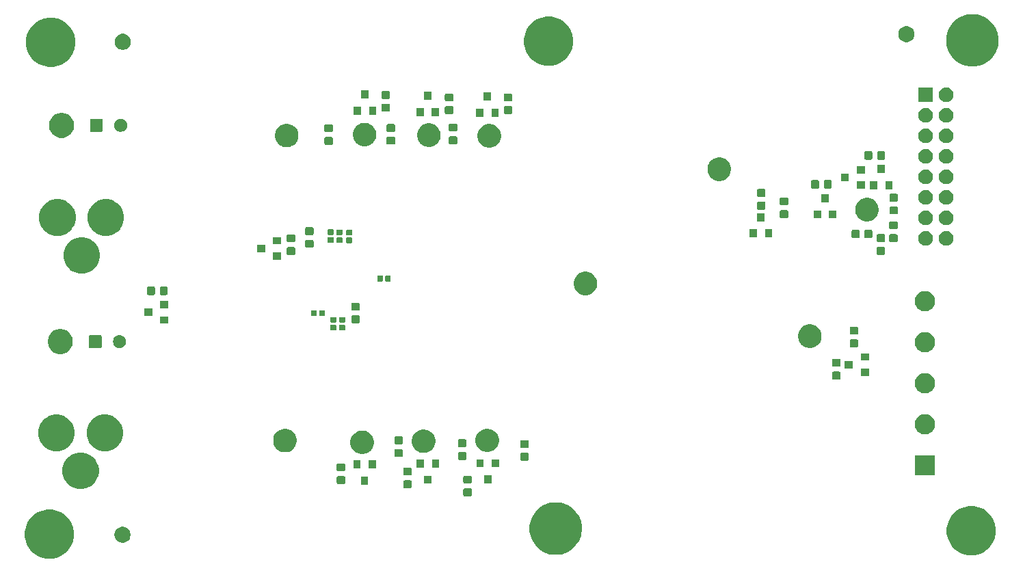
<source format=gbr>
G04 #@! TF.GenerationSoftware,KiCad,Pcbnew,(5.1.5)-3*
G04 #@! TF.CreationDate,2020-07-02T17:40:54-07:00*
G04 #@! TF.ProjectId,Pufferfish-Power-1,50756666-6572-4666-9973-682d506f7765,v0.1*
G04 #@! TF.SameCoordinates,Original*
G04 #@! TF.FileFunction,Soldermask,Bot*
G04 #@! TF.FilePolarity,Negative*
%FSLAX46Y46*%
G04 Gerber Fmt 4.6, Leading zero omitted, Abs format (unit mm)*
G04 Created by KiCad (PCBNEW (5.1.5)-3) date 2020-07-02 17:40:54*
%MOMM*%
%LPD*%
G04 APERTURE LIST*
%ADD10C,0.100000*%
G04 APERTURE END LIST*
D10*
G36*
X95581086Y-130238640D02*
G01*
X96136296Y-130468616D01*
X96635972Y-130802489D01*
X97060911Y-131227428D01*
X97394784Y-131727104D01*
X97624760Y-132282314D01*
X97742000Y-132871722D01*
X97742000Y-133472678D01*
X97624760Y-134062086D01*
X97394784Y-134617296D01*
X97060911Y-135116972D01*
X96635972Y-135541911D01*
X96136296Y-135875784D01*
X95581086Y-136105760D01*
X94991678Y-136223000D01*
X94390722Y-136223000D01*
X93801314Y-136105760D01*
X93246104Y-135875784D01*
X92746428Y-135541911D01*
X92321489Y-135116972D01*
X91987616Y-134617296D01*
X91757640Y-134062086D01*
X91640400Y-133472678D01*
X91640400Y-132871722D01*
X91757640Y-132282314D01*
X91987616Y-131727104D01*
X92321489Y-131227428D01*
X92746428Y-130802489D01*
X93246104Y-130468616D01*
X93801314Y-130238640D01*
X94390722Y-130121400D01*
X94991678Y-130121400D01*
X95581086Y-130238640D01*
G37*
G36*
X209728686Y-129806840D02*
G01*
X210283896Y-130036816D01*
X210783572Y-130370689D01*
X211208511Y-130795628D01*
X211542384Y-131295304D01*
X211772360Y-131850514D01*
X211889600Y-132439922D01*
X211889600Y-133040878D01*
X211772360Y-133630286D01*
X211542384Y-134185496D01*
X211208511Y-134685172D01*
X210783572Y-135110111D01*
X210283896Y-135443984D01*
X209728686Y-135673960D01*
X209139278Y-135791200D01*
X208538322Y-135791200D01*
X207948914Y-135673960D01*
X207393704Y-135443984D01*
X206894028Y-135110111D01*
X206469089Y-134685172D01*
X206135216Y-134185496D01*
X205905240Y-133630286D01*
X205788000Y-133040878D01*
X205788000Y-132439922D01*
X205905240Y-131850514D01*
X206135216Y-131295304D01*
X206469089Y-130795628D01*
X206894028Y-130370689D01*
X207393704Y-130036816D01*
X207948914Y-129806840D01*
X208538322Y-129689600D01*
X209139278Y-129689600D01*
X209728686Y-129806840D01*
G37*
G36*
X158012600Y-129272664D02*
G01*
X158326624Y-129335127D01*
X158918231Y-129580178D01*
X159450665Y-129935939D01*
X159903461Y-130388735D01*
X160259222Y-130921169D01*
X160504273Y-131512776D01*
X160511459Y-131548904D01*
X160629200Y-132140824D01*
X160629200Y-132781176D01*
X160577576Y-133040707D01*
X160504273Y-133409224D01*
X160259222Y-134000831D01*
X159903461Y-134533265D01*
X159450665Y-134986061D01*
X158918231Y-135341822D01*
X158326624Y-135586873D01*
X158080984Y-135635734D01*
X157698576Y-135711800D01*
X157058224Y-135711800D01*
X156675816Y-135635734D01*
X156430176Y-135586873D01*
X155838569Y-135341822D01*
X155306135Y-134986061D01*
X154853339Y-134533265D01*
X154497578Y-134000831D01*
X154252527Y-133409224D01*
X154179224Y-133040707D01*
X154127600Y-132781176D01*
X154127600Y-132140824D01*
X154245341Y-131548904D01*
X154252527Y-131512776D01*
X154497578Y-130921169D01*
X154853339Y-130388735D01*
X155306135Y-129935939D01*
X155838569Y-129580178D01*
X156430176Y-129335127D01*
X156744200Y-129272664D01*
X157058224Y-129210200D01*
X157698576Y-129210200D01*
X158012600Y-129272664D01*
G37*
G36*
X104025289Y-132261429D02*
G01*
X104207278Y-132336811D01*
X104371063Y-132446249D01*
X104510351Y-132585537D01*
X104619789Y-132749322D01*
X104695171Y-132931311D01*
X104733600Y-133124509D01*
X104733600Y-133321491D01*
X104695171Y-133514689D01*
X104619789Y-133696678D01*
X104510351Y-133860463D01*
X104371063Y-133999751D01*
X104207278Y-134109189D01*
X104025289Y-134184571D01*
X103832091Y-134223000D01*
X103635109Y-134223000D01*
X103441911Y-134184571D01*
X103259922Y-134109189D01*
X103096137Y-133999751D01*
X102956849Y-133860463D01*
X102847411Y-133696678D01*
X102772029Y-133514689D01*
X102733600Y-133321491D01*
X102733600Y-133124509D01*
X102772029Y-132931311D01*
X102847411Y-132749322D01*
X102956849Y-132585537D01*
X103096137Y-132446249D01*
X103259922Y-132336811D01*
X103441911Y-132261429D01*
X103635109Y-132223000D01*
X103832091Y-132223000D01*
X104025289Y-132261429D01*
G37*
G36*
X146836677Y-127481074D02*
G01*
X146870445Y-127491318D01*
X146901572Y-127507955D01*
X146928855Y-127530345D01*
X146951245Y-127557628D01*
X146967882Y-127588755D01*
X146978126Y-127622523D01*
X146982200Y-127663893D01*
X146982200Y-128266707D01*
X146978126Y-128308077D01*
X146967882Y-128341845D01*
X146951245Y-128372972D01*
X146928855Y-128400255D01*
X146901572Y-128422645D01*
X146870445Y-128439282D01*
X146836677Y-128449526D01*
X146795307Y-128453600D01*
X146117493Y-128453600D01*
X146076123Y-128449526D01*
X146042355Y-128439282D01*
X146011228Y-128422645D01*
X145983945Y-128400255D01*
X145961555Y-128372972D01*
X145944918Y-128341845D01*
X145934674Y-128308077D01*
X145930600Y-128266707D01*
X145930600Y-127663893D01*
X145934674Y-127622523D01*
X145944918Y-127588755D01*
X145961555Y-127557628D01*
X145983945Y-127530345D01*
X146011228Y-127507955D01*
X146042355Y-127491318D01*
X146076123Y-127481074D01*
X146117493Y-127477000D01*
X146795307Y-127477000D01*
X146836677Y-127481074D01*
G37*
G36*
X99208593Y-123125474D02*
G01*
X99619996Y-123295882D01*
X99784321Y-123405681D01*
X99990249Y-123543277D01*
X100305123Y-123858151D01*
X100403949Y-124006055D01*
X100552518Y-124228404D01*
X100722926Y-124639807D01*
X100809800Y-125076550D01*
X100809800Y-125521850D01*
X100722926Y-125958593D01*
X100552518Y-126369996D01*
X100439095Y-126539745D01*
X100305123Y-126740249D01*
X99990249Y-127055123D01*
X99805122Y-127178820D01*
X99619996Y-127302518D01*
X99208593Y-127472926D01*
X98771850Y-127559800D01*
X98326550Y-127559800D01*
X97889807Y-127472926D01*
X97478404Y-127302518D01*
X97293278Y-127178821D01*
X97108151Y-127055123D01*
X96793277Y-126740249D01*
X96659305Y-126539745D01*
X96545882Y-126369996D01*
X96375474Y-125958593D01*
X96288600Y-125521850D01*
X96288600Y-125076550D01*
X96375474Y-124639807D01*
X96545882Y-124228404D01*
X96694451Y-124006055D01*
X96793277Y-123858151D01*
X97108151Y-123543277D01*
X97314079Y-123405681D01*
X97478404Y-123295882D01*
X97889807Y-123125474D01*
X98326550Y-123038600D01*
X98771850Y-123038600D01*
X99208593Y-123125474D01*
G37*
G36*
X139394477Y-126490474D02*
G01*
X139428245Y-126500718D01*
X139459372Y-126517355D01*
X139486655Y-126539745D01*
X139509045Y-126567028D01*
X139525682Y-126598155D01*
X139535926Y-126631923D01*
X139540000Y-126673293D01*
X139540000Y-127276107D01*
X139535926Y-127317477D01*
X139525682Y-127351245D01*
X139509045Y-127382372D01*
X139486655Y-127409655D01*
X139459372Y-127432045D01*
X139428245Y-127448682D01*
X139394477Y-127458926D01*
X139353107Y-127463000D01*
X138675293Y-127463000D01*
X138633923Y-127458926D01*
X138600155Y-127448682D01*
X138569028Y-127432045D01*
X138541745Y-127409655D01*
X138519355Y-127382372D01*
X138502718Y-127351245D01*
X138492474Y-127317477D01*
X138488400Y-127276107D01*
X138488400Y-126673293D01*
X138492474Y-126631923D01*
X138502718Y-126598155D01*
X138519355Y-126567028D01*
X138541745Y-126539745D01*
X138569028Y-126517355D01*
X138600155Y-126500718D01*
X138633923Y-126490474D01*
X138675293Y-126486400D01*
X139353107Y-126486400D01*
X139394477Y-126490474D01*
G37*
G36*
X134156400Y-127027600D02*
G01*
X133254800Y-127027600D01*
X133254800Y-126026000D01*
X134156400Y-126026000D01*
X134156400Y-127027600D01*
G37*
G36*
X131164877Y-125957074D02*
G01*
X131198645Y-125967318D01*
X131229772Y-125983955D01*
X131257055Y-126006345D01*
X131279445Y-126033628D01*
X131296082Y-126064755D01*
X131306326Y-126098523D01*
X131310400Y-126139893D01*
X131310400Y-126742707D01*
X131306326Y-126784077D01*
X131296082Y-126817845D01*
X131279445Y-126848972D01*
X131257055Y-126876255D01*
X131229772Y-126898645D01*
X131198645Y-126915282D01*
X131164877Y-126925526D01*
X131123507Y-126929600D01*
X130445693Y-126929600D01*
X130404323Y-126925526D01*
X130370555Y-126915282D01*
X130339428Y-126898645D01*
X130312145Y-126876255D01*
X130289755Y-126848972D01*
X130273118Y-126817845D01*
X130262874Y-126784077D01*
X130258800Y-126742707D01*
X130258800Y-126139893D01*
X130262874Y-126098523D01*
X130273118Y-126064755D01*
X130289755Y-126033628D01*
X130312145Y-126006345D01*
X130339428Y-125983955D01*
X130370555Y-125967318D01*
X130404323Y-125957074D01*
X130445693Y-125953000D01*
X131123507Y-125953000D01*
X131164877Y-125957074D01*
G37*
G36*
X142005000Y-126900600D02*
G01*
X141103400Y-126900600D01*
X141103400Y-125899000D01*
X142005000Y-125899000D01*
X142005000Y-126900600D01*
G37*
G36*
X146836677Y-125906074D02*
G01*
X146870445Y-125916318D01*
X146901572Y-125932955D01*
X146928855Y-125955345D01*
X146951245Y-125982628D01*
X146967882Y-126013755D01*
X146978126Y-126047523D01*
X146982200Y-126088893D01*
X146982200Y-126691707D01*
X146978126Y-126733077D01*
X146967882Y-126766845D01*
X146951245Y-126797972D01*
X146928855Y-126825255D01*
X146901572Y-126847645D01*
X146870445Y-126864282D01*
X146836677Y-126874526D01*
X146795307Y-126878600D01*
X146117493Y-126878600D01*
X146076123Y-126874526D01*
X146042355Y-126864282D01*
X146011228Y-126847645D01*
X145983945Y-126825255D01*
X145961555Y-126797972D01*
X145944918Y-126766845D01*
X145934674Y-126733077D01*
X145930600Y-126691707D01*
X145930600Y-126088893D01*
X145934674Y-126047523D01*
X145944918Y-126013755D01*
X145961555Y-125982628D01*
X145983945Y-125955345D01*
X146011228Y-125932955D01*
X146042355Y-125916318D01*
X146076123Y-125906074D01*
X146117493Y-125902000D01*
X146795307Y-125902000D01*
X146836677Y-125906074D01*
G37*
G36*
X149421800Y-126875200D02*
G01*
X148520200Y-126875200D01*
X148520200Y-125873600D01*
X149421800Y-125873600D01*
X149421800Y-126875200D01*
G37*
G36*
X139394477Y-124915474D02*
G01*
X139428245Y-124925718D01*
X139459372Y-124942355D01*
X139486655Y-124964745D01*
X139509045Y-124992028D01*
X139525682Y-125023155D01*
X139535926Y-125056923D01*
X139540000Y-125098293D01*
X139540000Y-125701107D01*
X139535926Y-125742477D01*
X139525682Y-125776245D01*
X139509045Y-125807372D01*
X139486655Y-125834655D01*
X139459372Y-125857045D01*
X139428245Y-125873682D01*
X139394477Y-125883926D01*
X139353107Y-125888000D01*
X138675293Y-125888000D01*
X138633923Y-125883926D01*
X138600155Y-125873682D01*
X138569028Y-125857045D01*
X138541745Y-125834655D01*
X138519355Y-125807372D01*
X138502718Y-125776245D01*
X138492474Y-125742477D01*
X138488400Y-125701107D01*
X138488400Y-125098293D01*
X138492474Y-125056923D01*
X138502718Y-125023155D01*
X138519355Y-124992028D01*
X138541745Y-124964745D01*
X138569028Y-124942355D01*
X138600155Y-124925718D01*
X138633923Y-124915474D01*
X138675293Y-124911400D01*
X139353107Y-124911400D01*
X139394477Y-124915474D01*
G37*
G36*
X204349200Y-125863200D02*
G01*
X201847600Y-125863200D01*
X201847600Y-123361600D01*
X204349200Y-123361600D01*
X204349200Y-125863200D01*
G37*
G36*
X131164877Y-124382074D02*
G01*
X131198645Y-124392318D01*
X131229772Y-124408955D01*
X131257055Y-124431345D01*
X131279445Y-124458628D01*
X131296082Y-124489755D01*
X131306326Y-124523523D01*
X131310400Y-124564893D01*
X131310400Y-125167707D01*
X131306326Y-125209077D01*
X131296082Y-125242845D01*
X131279445Y-125273972D01*
X131257055Y-125301255D01*
X131229772Y-125323645D01*
X131198645Y-125340282D01*
X131164877Y-125350526D01*
X131123507Y-125354600D01*
X130445693Y-125354600D01*
X130404323Y-125350526D01*
X130370555Y-125340282D01*
X130339428Y-125323645D01*
X130312145Y-125301255D01*
X130289755Y-125273972D01*
X130273118Y-125242845D01*
X130262874Y-125209077D01*
X130258800Y-125167707D01*
X130258800Y-124564893D01*
X130262874Y-124523523D01*
X130273118Y-124489755D01*
X130289755Y-124458628D01*
X130312145Y-124431345D01*
X130339428Y-124408955D01*
X130370555Y-124392318D01*
X130404323Y-124382074D01*
X130445693Y-124378000D01*
X131123507Y-124378000D01*
X131164877Y-124382074D01*
G37*
G36*
X133206400Y-125027600D02*
G01*
X132304800Y-125027600D01*
X132304800Y-124026000D01*
X133206400Y-124026000D01*
X133206400Y-125027600D01*
G37*
G36*
X135106400Y-125027600D02*
G01*
X134204800Y-125027600D01*
X134204800Y-124026000D01*
X135106400Y-124026000D01*
X135106400Y-125027600D01*
G37*
G36*
X141055000Y-124900600D02*
G01*
X140153400Y-124900600D01*
X140153400Y-123899000D01*
X141055000Y-123899000D01*
X141055000Y-124900600D01*
G37*
G36*
X142955000Y-124900600D02*
G01*
X142053400Y-124900600D01*
X142053400Y-123899000D01*
X142955000Y-123899000D01*
X142955000Y-124900600D01*
G37*
G36*
X148471800Y-124875200D02*
G01*
X147570200Y-124875200D01*
X147570200Y-123873600D01*
X148471800Y-123873600D01*
X148471800Y-124875200D01*
G37*
G36*
X150371800Y-124875200D02*
G01*
X149470200Y-124875200D01*
X149470200Y-123873600D01*
X150371800Y-123873600D01*
X150371800Y-124875200D01*
G37*
G36*
X153897877Y-123086874D02*
G01*
X153931645Y-123097118D01*
X153962772Y-123113755D01*
X153990055Y-123136145D01*
X154012445Y-123163428D01*
X154029082Y-123194555D01*
X154039326Y-123228323D01*
X154043400Y-123269693D01*
X154043400Y-123872507D01*
X154039326Y-123913877D01*
X154029082Y-123947645D01*
X154012445Y-123978772D01*
X153990055Y-124006055D01*
X153962772Y-124028445D01*
X153931645Y-124045082D01*
X153897877Y-124055326D01*
X153856507Y-124059400D01*
X153178693Y-124059400D01*
X153137323Y-124055326D01*
X153103555Y-124045082D01*
X153072428Y-124028445D01*
X153045145Y-124006055D01*
X153022755Y-123978772D01*
X153006118Y-123947645D01*
X152995874Y-123913877D01*
X152991800Y-123872507D01*
X152991800Y-123269693D01*
X152995874Y-123228323D01*
X153006118Y-123194555D01*
X153022755Y-123163428D01*
X153045145Y-123136145D01*
X153072428Y-123113755D01*
X153103555Y-123097118D01*
X153137323Y-123086874D01*
X153178693Y-123082800D01*
X153856507Y-123082800D01*
X153897877Y-123086874D01*
G37*
G36*
X146176277Y-122985274D02*
G01*
X146210045Y-122995518D01*
X146241172Y-123012155D01*
X146268455Y-123034545D01*
X146290845Y-123061828D01*
X146307482Y-123092955D01*
X146317726Y-123126723D01*
X146321800Y-123168093D01*
X146321800Y-123770907D01*
X146317726Y-123812277D01*
X146307482Y-123846045D01*
X146290845Y-123877172D01*
X146268455Y-123904455D01*
X146241172Y-123926845D01*
X146210045Y-123943482D01*
X146176277Y-123953726D01*
X146134907Y-123957800D01*
X145457093Y-123957800D01*
X145415723Y-123953726D01*
X145381955Y-123943482D01*
X145350828Y-123926845D01*
X145323545Y-123904455D01*
X145301155Y-123877172D01*
X145284518Y-123846045D01*
X145274274Y-123812277D01*
X145270200Y-123770907D01*
X145270200Y-123168093D01*
X145274274Y-123126723D01*
X145284518Y-123092955D01*
X145301155Y-123061828D01*
X145323545Y-123034545D01*
X145350828Y-123012155D01*
X145381955Y-122995518D01*
X145415723Y-122985274D01*
X145457093Y-122981200D01*
X146134907Y-122981200D01*
X146176277Y-122985274D01*
G37*
G36*
X138302277Y-122629674D02*
G01*
X138336045Y-122639918D01*
X138367172Y-122656555D01*
X138394455Y-122678945D01*
X138416845Y-122706228D01*
X138433482Y-122737355D01*
X138443726Y-122771123D01*
X138447800Y-122812493D01*
X138447800Y-123415307D01*
X138443726Y-123456677D01*
X138433482Y-123490445D01*
X138416845Y-123521572D01*
X138394455Y-123548855D01*
X138367172Y-123571245D01*
X138336045Y-123587882D01*
X138302277Y-123598126D01*
X138260907Y-123602200D01*
X137583093Y-123602200D01*
X137541723Y-123598126D01*
X137507955Y-123587882D01*
X137476828Y-123571245D01*
X137449545Y-123548855D01*
X137427155Y-123521572D01*
X137410518Y-123490445D01*
X137400274Y-123456677D01*
X137396200Y-123415307D01*
X137396200Y-122812493D01*
X137400274Y-122771123D01*
X137410518Y-122737355D01*
X137427155Y-122706228D01*
X137449545Y-122678945D01*
X137476828Y-122656555D01*
X137507955Y-122639918D01*
X137541723Y-122629674D01*
X137583093Y-122625600D01*
X138260907Y-122625600D01*
X138302277Y-122629674D01*
G37*
G36*
X133833583Y-120386953D02*
G01*
X134097612Y-120496318D01*
X134335231Y-120655090D01*
X134537310Y-120857169D01*
X134696082Y-121094788D01*
X134805447Y-121358817D01*
X134861200Y-121639109D01*
X134861200Y-121924891D01*
X134805447Y-122205183D01*
X134696082Y-122469212D01*
X134537310Y-122706831D01*
X134335231Y-122908910D01*
X134097612Y-123067682D01*
X133833583Y-123177047D01*
X133553291Y-123232800D01*
X133267509Y-123232800D01*
X132987217Y-123177047D01*
X132723188Y-123067682D01*
X132485569Y-122908910D01*
X132283490Y-122706831D01*
X132124718Y-122469212D01*
X132015353Y-122205183D01*
X131959600Y-121924891D01*
X131959600Y-121639109D01*
X132015353Y-121358817D01*
X132124718Y-121094788D01*
X132283490Y-120857169D01*
X132485569Y-120655090D01*
X132723188Y-120496318D01*
X132987217Y-120386953D01*
X133267509Y-120331200D01*
X133553291Y-120331200D01*
X133833583Y-120386953D01*
G37*
G36*
X141443983Y-120245553D02*
G01*
X141708012Y-120354918D01*
X141945631Y-120513690D01*
X142147710Y-120715769D01*
X142306482Y-120953388D01*
X142415847Y-121217417D01*
X142471600Y-121497709D01*
X142471600Y-121783491D01*
X142415847Y-122063783D01*
X142306482Y-122327812D01*
X142147710Y-122565431D01*
X141945631Y-122767510D01*
X141708012Y-122926282D01*
X141443983Y-123035647D01*
X141163691Y-123091400D01*
X140877909Y-123091400D01*
X140597617Y-123035647D01*
X140333588Y-122926282D01*
X140095969Y-122767510D01*
X139893890Y-122565431D01*
X139735118Y-122327812D01*
X139625753Y-122063783D01*
X139570000Y-121783491D01*
X139570000Y-121497709D01*
X139625753Y-121217417D01*
X139735118Y-120953388D01*
X139893890Y-120715769D01*
X140095969Y-120513690D01*
X140333588Y-120354918D01*
X140597617Y-120245553D01*
X140877909Y-120189800D01*
X141163691Y-120189800D01*
X141443983Y-120245553D01*
G37*
G36*
X124273583Y-120169353D02*
G01*
X124537612Y-120278718D01*
X124775231Y-120437490D01*
X124977310Y-120639569D01*
X125136082Y-120877188D01*
X125245447Y-121141217D01*
X125301200Y-121421509D01*
X125301200Y-121707291D01*
X125245447Y-121987583D01*
X125136082Y-122251612D01*
X124977310Y-122489231D01*
X124775231Y-122691310D01*
X124537612Y-122850082D01*
X124273583Y-122959447D01*
X123993291Y-123015200D01*
X123707509Y-123015200D01*
X123427217Y-122959447D01*
X123163188Y-122850082D01*
X122925569Y-122691310D01*
X122723490Y-122489231D01*
X122564718Y-122251612D01*
X122455353Y-121987583D01*
X122399600Y-121707291D01*
X122399600Y-121421509D01*
X122455353Y-121141217D01*
X122564718Y-120877188D01*
X122723490Y-120639569D01*
X122925569Y-120437490D01*
X123163188Y-120278718D01*
X123427217Y-120169353D01*
X123707509Y-120113600D01*
X123993291Y-120113600D01*
X124273583Y-120169353D01*
G37*
G36*
X149317983Y-120143953D02*
G01*
X149582012Y-120253318D01*
X149819631Y-120412090D01*
X150021710Y-120614169D01*
X150180482Y-120851788D01*
X150289847Y-121115817D01*
X150345600Y-121396109D01*
X150345600Y-121681891D01*
X150289847Y-121962183D01*
X150180482Y-122226212D01*
X150021710Y-122463831D01*
X149819631Y-122665910D01*
X149582012Y-122824682D01*
X149317983Y-122934047D01*
X149037691Y-122989800D01*
X148751909Y-122989800D01*
X148471617Y-122934047D01*
X148207588Y-122824682D01*
X147969969Y-122665910D01*
X147767890Y-122463831D01*
X147609118Y-122226212D01*
X147499753Y-121962183D01*
X147444000Y-121681891D01*
X147444000Y-121396109D01*
X147499753Y-121115817D01*
X147609118Y-120851788D01*
X147767890Y-120614169D01*
X147969969Y-120412090D01*
X148207588Y-120253318D01*
X148471617Y-120143953D01*
X148751909Y-120088200D01*
X149037691Y-120088200D01*
X149317983Y-120143953D01*
G37*
G36*
X96208593Y-118425474D02*
G01*
X96619996Y-118595882D01*
X96805122Y-118719580D01*
X96990249Y-118843277D01*
X97305123Y-119158151D01*
X97428821Y-119343278D01*
X97552518Y-119528404D01*
X97722926Y-119939807D01*
X97809800Y-120376550D01*
X97809800Y-120821850D01*
X97722926Y-121258593D01*
X97552518Y-121669996D01*
X97476683Y-121783491D01*
X97305123Y-122040249D01*
X96990249Y-122355123D01*
X96843099Y-122453445D01*
X96619996Y-122602518D01*
X96208593Y-122772926D01*
X95771850Y-122859800D01*
X95326550Y-122859800D01*
X94889807Y-122772926D01*
X94478404Y-122602518D01*
X94255301Y-122453445D01*
X94108151Y-122355123D01*
X93793277Y-122040249D01*
X93621717Y-121783491D01*
X93545882Y-121669996D01*
X93375474Y-121258593D01*
X93288600Y-120821850D01*
X93288600Y-120376550D01*
X93375474Y-119939807D01*
X93545882Y-119528404D01*
X93669579Y-119343278D01*
X93793277Y-119158151D01*
X94108151Y-118843277D01*
X94293278Y-118719579D01*
X94478404Y-118595882D01*
X94889807Y-118425474D01*
X95326550Y-118338600D01*
X95771850Y-118338600D01*
X96208593Y-118425474D01*
G37*
G36*
X102208593Y-118425474D02*
G01*
X102619996Y-118595882D01*
X102805122Y-118719580D01*
X102990249Y-118843277D01*
X103305123Y-119158151D01*
X103428821Y-119343278D01*
X103552518Y-119528404D01*
X103722926Y-119939807D01*
X103809800Y-120376550D01*
X103809800Y-120821850D01*
X103722926Y-121258593D01*
X103552518Y-121669996D01*
X103476683Y-121783491D01*
X103305123Y-122040249D01*
X102990249Y-122355123D01*
X102843099Y-122453445D01*
X102619996Y-122602518D01*
X102208593Y-122772926D01*
X101771850Y-122859800D01*
X101326550Y-122859800D01*
X100889807Y-122772926D01*
X100478404Y-122602518D01*
X100255301Y-122453445D01*
X100108151Y-122355123D01*
X99793277Y-122040249D01*
X99621717Y-121783491D01*
X99545882Y-121669996D01*
X99375474Y-121258593D01*
X99288600Y-120821850D01*
X99288600Y-120376550D01*
X99375474Y-119939807D01*
X99545882Y-119528404D01*
X99669579Y-119343278D01*
X99793277Y-119158151D01*
X100108151Y-118843277D01*
X100293278Y-118719579D01*
X100478404Y-118595882D01*
X100889807Y-118425474D01*
X101326550Y-118338600D01*
X101771850Y-118338600D01*
X102208593Y-118425474D01*
G37*
G36*
X153897877Y-121511874D02*
G01*
X153931645Y-121522118D01*
X153962772Y-121538755D01*
X153990055Y-121561145D01*
X154012445Y-121588428D01*
X154029082Y-121619555D01*
X154039326Y-121653323D01*
X154043400Y-121694693D01*
X154043400Y-122297507D01*
X154039326Y-122338877D01*
X154029082Y-122372645D01*
X154012445Y-122403772D01*
X153990055Y-122431055D01*
X153962772Y-122453445D01*
X153931645Y-122470082D01*
X153897877Y-122480326D01*
X153856507Y-122484400D01*
X153178693Y-122484400D01*
X153137323Y-122480326D01*
X153103555Y-122470082D01*
X153072428Y-122453445D01*
X153045145Y-122431055D01*
X153022755Y-122403772D01*
X153006118Y-122372645D01*
X152995874Y-122338877D01*
X152991800Y-122297507D01*
X152991800Y-121694693D01*
X152995874Y-121653323D01*
X153006118Y-121619555D01*
X153022755Y-121588428D01*
X153045145Y-121561145D01*
X153072428Y-121538755D01*
X153103555Y-121522118D01*
X153137323Y-121511874D01*
X153178693Y-121507800D01*
X153856507Y-121507800D01*
X153897877Y-121511874D01*
G37*
G36*
X146176277Y-121410274D02*
G01*
X146210045Y-121420518D01*
X146241172Y-121437155D01*
X146268455Y-121459545D01*
X146290845Y-121486828D01*
X146307482Y-121517955D01*
X146317726Y-121551723D01*
X146321800Y-121593093D01*
X146321800Y-122195907D01*
X146317726Y-122237277D01*
X146307482Y-122271045D01*
X146290845Y-122302172D01*
X146268455Y-122329455D01*
X146241172Y-122351845D01*
X146210045Y-122368482D01*
X146176277Y-122378726D01*
X146134907Y-122382800D01*
X145457093Y-122382800D01*
X145415723Y-122378726D01*
X145381955Y-122368482D01*
X145350828Y-122351845D01*
X145323545Y-122329455D01*
X145301155Y-122302172D01*
X145284518Y-122271045D01*
X145274274Y-122237277D01*
X145270200Y-122195907D01*
X145270200Y-121593093D01*
X145274274Y-121551723D01*
X145284518Y-121517955D01*
X145301155Y-121486828D01*
X145323545Y-121459545D01*
X145350828Y-121437155D01*
X145381955Y-121420518D01*
X145415723Y-121410274D01*
X145457093Y-121406200D01*
X146134907Y-121406200D01*
X146176277Y-121410274D01*
G37*
G36*
X138302277Y-121054674D02*
G01*
X138336045Y-121064918D01*
X138367172Y-121081555D01*
X138394455Y-121103945D01*
X138416845Y-121131228D01*
X138433482Y-121162355D01*
X138443726Y-121196123D01*
X138447800Y-121237493D01*
X138447800Y-121840307D01*
X138443726Y-121881677D01*
X138433482Y-121915445D01*
X138416845Y-121946572D01*
X138394455Y-121973855D01*
X138367172Y-121996245D01*
X138336045Y-122012882D01*
X138302277Y-122023126D01*
X138260907Y-122027200D01*
X137583093Y-122027200D01*
X137541723Y-122023126D01*
X137507955Y-122012882D01*
X137476828Y-121996245D01*
X137449545Y-121973855D01*
X137427155Y-121946572D01*
X137410518Y-121915445D01*
X137400274Y-121881677D01*
X137396200Y-121840307D01*
X137396200Y-121237493D01*
X137400274Y-121196123D01*
X137410518Y-121162355D01*
X137427155Y-121131228D01*
X137449545Y-121103945D01*
X137476828Y-121081555D01*
X137507955Y-121064918D01*
X137541723Y-121054674D01*
X137583093Y-121050600D01*
X138260907Y-121050600D01*
X138302277Y-121054674D01*
G37*
G36*
X203342419Y-118305634D02*
G01*
X203463246Y-118329668D01*
X203690876Y-118423955D01*
X203895739Y-118560840D01*
X204069960Y-118735061D01*
X204206845Y-118939924D01*
X204301132Y-119167554D01*
X204349200Y-119409208D01*
X204349200Y-119655592D01*
X204301132Y-119897246D01*
X204206845Y-120124876D01*
X204069960Y-120329739D01*
X203895739Y-120503960D01*
X203690876Y-120640845D01*
X203463246Y-120735132D01*
X203342419Y-120759166D01*
X203221593Y-120783200D01*
X202975207Y-120783200D01*
X202854381Y-120759166D01*
X202733554Y-120735132D01*
X202505924Y-120640845D01*
X202301061Y-120503960D01*
X202126840Y-120329739D01*
X201989955Y-120124876D01*
X201895668Y-119897246D01*
X201847600Y-119655592D01*
X201847600Y-119409208D01*
X201895668Y-119167554D01*
X201989955Y-118939924D01*
X202126840Y-118735061D01*
X202301061Y-118560840D01*
X202505924Y-118423955D01*
X202733554Y-118329668D01*
X202854381Y-118305634D01*
X202975207Y-118281600D01*
X203221593Y-118281600D01*
X203342419Y-118305634D01*
G37*
G36*
X203318715Y-113220919D02*
G01*
X203463246Y-113249668D01*
X203690876Y-113343955D01*
X203895739Y-113480840D01*
X204069960Y-113655061D01*
X204206845Y-113859924D01*
X204301132Y-114087554D01*
X204349200Y-114329208D01*
X204349200Y-114575592D01*
X204301132Y-114817246D01*
X204206845Y-115044876D01*
X204069960Y-115249739D01*
X203895739Y-115423960D01*
X203690876Y-115560845D01*
X203463246Y-115655132D01*
X203342419Y-115679166D01*
X203221593Y-115703200D01*
X202975207Y-115703200D01*
X202854381Y-115679166D01*
X202733554Y-115655132D01*
X202505924Y-115560845D01*
X202301061Y-115423960D01*
X202126840Y-115249739D01*
X201989955Y-115044876D01*
X201895668Y-114817246D01*
X201847600Y-114575592D01*
X201847600Y-114329208D01*
X201895668Y-114087554D01*
X201989955Y-113859924D01*
X202126840Y-113655061D01*
X202301061Y-113480840D01*
X202505924Y-113343955D01*
X202733554Y-113249668D01*
X202878085Y-113220919D01*
X202975207Y-113201600D01*
X203221593Y-113201600D01*
X203318715Y-113220919D01*
G37*
G36*
X192505877Y-113028474D02*
G01*
X192539645Y-113038718D01*
X192570772Y-113055355D01*
X192598055Y-113077745D01*
X192620445Y-113105028D01*
X192637082Y-113136155D01*
X192647326Y-113169923D01*
X192651400Y-113211293D01*
X192651400Y-113814107D01*
X192647326Y-113855477D01*
X192637082Y-113889245D01*
X192620445Y-113920372D01*
X192598055Y-113947655D01*
X192570772Y-113970045D01*
X192539645Y-113986682D01*
X192505877Y-113996926D01*
X192464507Y-114001000D01*
X191786693Y-114001000D01*
X191745323Y-113996926D01*
X191711555Y-113986682D01*
X191680428Y-113970045D01*
X191653145Y-113947655D01*
X191630755Y-113920372D01*
X191614118Y-113889245D01*
X191603874Y-113855477D01*
X191599800Y-113814107D01*
X191599800Y-113211293D01*
X191603874Y-113169923D01*
X191614118Y-113136155D01*
X191630755Y-113105028D01*
X191653145Y-113077745D01*
X191680428Y-113055355D01*
X191711555Y-113038718D01*
X191745323Y-113028474D01*
X191786693Y-113024400D01*
X192464507Y-113024400D01*
X192505877Y-113028474D01*
G37*
G36*
X196166400Y-113567200D02*
G01*
X195164800Y-113567200D01*
X195164800Y-112665600D01*
X196166400Y-112665600D01*
X196166400Y-113567200D01*
G37*
G36*
X194166400Y-112617200D02*
G01*
X193164800Y-112617200D01*
X193164800Y-111715600D01*
X194166400Y-111715600D01*
X194166400Y-112617200D01*
G37*
G36*
X192505877Y-111453474D02*
G01*
X192539645Y-111463718D01*
X192570772Y-111480355D01*
X192598055Y-111502745D01*
X192620445Y-111530028D01*
X192637082Y-111561155D01*
X192647326Y-111594923D01*
X192651400Y-111636293D01*
X192651400Y-112239107D01*
X192647326Y-112280477D01*
X192637082Y-112314245D01*
X192620445Y-112345372D01*
X192598055Y-112372655D01*
X192570772Y-112395045D01*
X192539645Y-112411682D01*
X192505877Y-112421926D01*
X192464507Y-112426000D01*
X191786693Y-112426000D01*
X191745323Y-112421926D01*
X191711555Y-112411682D01*
X191680428Y-112395045D01*
X191653145Y-112372655D01*
X191630755Y-112345372D01*
X191614118Y-112314245D01*
X191603874Y-112280477D01*
X191599800Y-112239107D01*
X191599800Y-111636293D01*
X191603874Y-111594923D01*
X191614118Y-111561155D01*
X191630755Y-111530028D01*
X191653145Y-111502745D01*
X191680428Y-111480355D01*
X191711555Y-111463718D01*
X191745323Y-111453474D01*
X191786693Y-111449400D01*
X192464507Y-111449400D01*
X192505877Y-111453474D01*
G37*
G36*
X196166400Y-111667200D02*
G01*
X195164800Y-111667200D01*
X195164800Y-110765600D01*
X196166400Y-110765600D01*
X196166400Y-111667200D01*
G37*
G36*
X96487752Y-107804996D02*
G01*
X96769979Y-107921899D01*
X97023978Y-108091615D01*
X97239985Y-108307622D01*
X97409701Y-108561621D01*
X97526604Y-108843848D01*
X97586200Y-109143459D01*
X97586200Y-109448941D01*
X97526604Y-109748552D01*
X97409701Y-110030779D01*
X97239985Y-110284778D01*
X97023978Y-110500785D01*
X96769979Y-110670501D01*
X96487752Y-110787404D01*
X96188141Y-110847000D01*
X95882659Y-110847000D01*
X95583048Y-110787404D01*
X95300821Y-110670501D01*
X95046822Y-110500785D01*
X94830815Y-110284778D01*
X94661099Y-110030779D01*
X94544196Y-109748552D01*
X94484600Y-109448941D01*
X94484600Y-109143459D01*
X94544196Y-108843848D01*
X94661099Y-108561621D01*
X94830815Y-108307622D01*
X95046822Y-108091615D01*
X95300821Y-107921899D01*
X95583048Y-107804996D01*
X95882659Y-107745400D01*
X96188141Y-107745400D01*
X96487752Y-107804996D01*
G37*
G36*
X203342419Y-108145634D02*
G01*
X203463246Y-108169668D01*
X203690876Y-108263955D01*
X203895739Y-108400840D01*
X204069960Y-108575061D01*
X204206845Y-108779924D01*
X204301132Y-109007554D01*
X204307720Y-109040674D01*
X204349200Y-109249207D01*
X204349200Y-109495593D01*
X204336263Y-109560631D01*
X204301132Y-109737246D01*
X204206845Y-109964876D01*
X204069960Y-110169739D01*
X203895739Y-110343960D01*
X203690876Y-110480845D01*
X203463246Y-110575132D01*
X203342419Y-110599166D01*
X203221593Y-110623200D01*
X202975207Y-110623200D01*
X202854381Y-110599166D01*
X202733554Y-110575132D01*
X202505924Y-110480845D01*
X202301061Y-110343960D01*
X202126840Y-110169739D01*
X201989955Y-109964876D01*
X201895668Y-109737246D01*
X201860537Y-109560631D01*
X201847600Y-109495593D01*
X201847600Y-109249207D01*
X201889080Y-109040674D01*
X201895668Y-109007554D01*
X201989955Y-108779924D01*
X202126840Y-108575061D01*
X202301061Y-108400840D01*
X202505924Y-108263955D01*
X202733554Y-108169668D01*
X202854381Y-108145634D01*
X202975207Y-108121600D01*
X203221593Y-108121600D01*
X203342419Y-108145634D01*
G37*
G36*
X103588985Y-108526174D02*
G01*
X103644620Y-108549219D01*
X103734724Y-108586541D01*
X103818058Y-108642224D01*
X103865880Y-108674178D01*
X103977422Y-108785720D01*
X103977424Y-108785723D01*
X104065059Y-108916876D01*
X104065060Y-108916879D01*
X104125426Y-109062615D01*
X104156200Y-109217328D01*
X104156200Y-109375072D01*
X104125426Y-109529785D01*
X104112649Y-109560631D01*
X104065059Y-109675524D01*
X104023817Y-109737246D01*
X103977422Y-109806680D01*
X103865880Y-109918222D01*
X103865877Y-109918224D01*
X103734724Y-110005859D01*
X103717001Y-110013200D01*
X103588985Y-110066226D01*
X103434272Y-110097000D01*
X103276528Y-110097000D01*
X103121815Y-110066226D01*
X102993799Y-110013200D01*
X102976076Y-110005859D01*
X102844923Y-109918224D01*
X102844920Y-109918222D01*
X102733378Y-109806680D01*
X102686983Y-109737246D01*
X102645741Y-109675524D01*
X102598151Y-109560631D01*
X102585374Y-109529785D01*
X102554600Y-109375072D01*
X102554600Y-109217328D01*
X102585374Y-109062615D01*
X102645740Y-108916879D01*
X102645741Y-108916876D01*
X102733376Y-108785723D01*
X102733378Y-108785720D01*
X102844920Y-108674178D01*
X102892742Y-108642224D01*
X102976076Y-108586541D01*
X103066180Y-108549219D01*
X103121815Y-108526174D01*
X103276528Y-108495400D01*
X103434272Y-108495400D01*
X103588985Y-108526174D01*
G37*
G36*
X101009376Y-108499505D02*
G01*
X101043448Y-108509841D01*
X101074851Y-108526626D01*
X101102381Y-108549219D01*
X101124974Y-108576749D01*
X101141759Y-108608152D01*
X101152095Y-108642224D01*
X101156200Y-108683910D01*
X101156200Y-109908490D01*
X101152095Y-109950176D01*
X101141759Y-109984248D01*
X101124974Y-110015651D01*
X101102381Y-110043181D01*
X101074851Y-110065774D01*
X101043448Y-110082559D01*
X101009376Y-110092895D01*
X100967690Y-110097000D01*
X99743110Y-110097000D01*
X99701424Y-110092895D01*
X99667352Y-110082559D01*
X99635949Y-110065774D01*
X99608419Y-110043181D01*
X99585826Y-110015651D01*
X99569041Y-109984248D01*
X99558705Y-109950176D01*
X99554600Y-109908490D01*
X99554600Y-108683910D01*
X99558705Y-108642224D01*
X99569041Y-108608152D01*
X99585826Y-108576749D01*
X99608419Y-108549219D01*
X99635949Y-108526626D01*
X99667352Y-108509841D01*
X99701424Y-108499505D01*
X99743110Y-108495400D01*
X100967690Y-108495400D01*
X101009376Y-108499505D01*
G37*
G36*
X189272183Y-107240753D02*
G01*
X189536212Y-107350118D01*
X189773831Y-107508890D01*
X189975910Y-107710969D01*
X190134682Y-107948588D01*
X190244047Y-108212617D01*
X190299800Y-108492909D01*
X190299800Y-108778691D01*
X190244047Y-109058983D01*
X190134682Y-109323012D01*
X189975910Y-109560631D01*
X189773831Y-109762710D01*
X189536212Y-109921482D01*
X189272183Y-110030847D01*
X188991891Y-110086600D01*
X188706109Y-110086600D01*
X188425817Y-110030847D01*
X188161788Y-109921482D01*
X187924169Y-109762710D01*
X187722090Y-109560631D01*
X187563318Y-109323012D01*
X187453953Y-109058983D01*
X187398200Y-108778691D01*
X187398200Y-108492909D01*
X187453953Y-108212617D01*
X187563318Y-107948588D01*
X187722090Y-107710969D01*
X187924169Y-107508890D01*
X188161788Y-107350118D01*
X188425817Y-107240753D01*
X188706109Y-107185000D01*
X188991891Y-107185000D01*
X189272183Y-107240753D01*
G37*
G36*
X194690277Y-109040674D02*
G01*
X194724045Y-109050918D01*
X194755172Y-109067555D01*
X194782455Y-109089945D01*
X194804845Y-109117228D01*
X194821482Y-109148355D01*
X194831726Y-109182123D01*
X194835800Y-109223493D01*
X194835800Y-109826307D01*
X194831726Y-109867677D01*
X194821482Y-109901445D01*
X194804845Y-109932572D01*
X194782455Y-109959855D01*
X194755172Y-109982245D01*
X194724045Y-109998882D01*
X194690277Y-110009126D01*
X194648907Y-110013200D01*
X193971093Y-110013200D01*
X193929723Y-110009126D01*
X193895955Y-109998882D01*
X193864828Y-109982245D01*
X193837545Y-109959855D01*
X193815155Y-109932572D01*
X193798518Y-109901445D01*
X193788274Y-109867677D01*
X193784200Y-109826307D01*
X193784200Y-109223493D01*
X193788274Y-109182123D01*
X193798518Y-109148355D01*
X193815155Y-109117228D01*
X193837545Y-109089945D01*
X193864828Y-109067555D01*
X193895955Y-109050918D01*
X193929723Y-109040674D01*
X193971093Y-109036600D01*
X194648907Y-109036600D01*
X194690277Y-109040674D01*
G37*
G36*
X194690277Y-107465674D02*
G01*
X194724045Y-107475918D01*
X194755172Y-107492555D01*
X194782455Y-107514945D01*
X194804845Y-107542228D01*
X194821482Y-107573355D01*
X194831726Y-107607123D01*
X194835800Y-107648493D01*
X194835800Y-108251307D01*
X194831726Y-108292677D01*
X194821482Y-108326445D01*
X194804845Y-108357572D01*
X194782455Y-108384855D01*
X194755172Y-108407245D01*
X194724045Y-108423882D01*
X194690277Y-108434126D01*
X194648907Y-108438200D01*
X193971093Y-108438200D01*
X193929723Y-108434126D01*
X193895955Y-108423882D01*
X193864828Y-108407245D01*
X193837545Y-108384855D01*
X193815155Y-108357572D01*
X193798518Y-108326445D01*
X193788274Y-108292677D01*
X193784200Y-108251307D01*
X193784200Y-107648493D01*
X193788274Y-107607123D01*
X193798518Y-107573355D01*
X193815155Y-107542228D01*
X193837545Y-107514945D01*
X193864828Y-107492555D01*
X193895955Y-107475918D01*
X193929723Y-107465674D01*
X193971093Y-107461600D01*
X194648907Y-107461600D01*
X194690277Y-107465674D01*
G37*
G36*
X130127425Y-107228305D02*
G01*
X130147828Y-107234495D01*
X130166639Y-107244549D01*
X130183123Y-107258077D01*
X130196651Y-107274561D01*
X130206705Y-107293372D01*
X130212895Y-107313775D01*
X130215600Y-107341243D01*
X130215600Y-107801557D01*
X130212895Y-107829025D01*
X130206705Y-107849428D01*
X130196651Y-107868239D01*
X130183123Y-107884723D01*
X130166639Y-107898251D01*
X130147828Y-107908305D01*
X130127425Y-107914495D01*
X130099957Y-107917200D01*
X129589643Y-107917200D01*
X129562175Y-107914495D01*
X129541772Y-107908305D01*
X129522961Y-107898251D01*
X129506477Y-107884723D01*
X129492949Y-107868239D01*
X129482895Y-107849428D01*
X129476705Y-107829025D01*
X129474000Y-107801557D01*
X129474000Y-107341243D01*
X129476705Y-107313775D01*
X129482895Y-107293372D01*
X129492949Y-107274561D01*
X129506477Y-107258077D01*
X129522961Y-107244549D01*
X129541772Y-107234495D01*
X129562175Y-107228305D01*
X129589643Y-107225600D01*
X130099957Y-107225600D01*
X130127425Y-107228305D01*
G37*
G36*
X131219625Y-107228305D02*
G01*
X131240028Y-107234495D01*
X131258839Y-107244549D01*
X131275323Y-107258077D01*
X131288851Y-107274561D01*
X131298905Y-107293372D01*
X131305095Y-107313775D01*
X131307800Y-107341243D01*
X131307800Y-107801557D01*
X131305095Y-107829025D01*
X131298905Y-107849428D01*
X131288851Y-107868239D01*
X131275323Y-107884723D01*
X131258839Y-107898251D01*
X131240028Y-107908305D01*
X131219625Y-107914495D01*
X131192157Y-107917200D01*
X130681843Y-107917200D01*
X130654375Y-107914495D01*
X130633972Y-107908305D01*
X130615161Y-107898251D01*
X130598677Y-107884723D01*
X130585149Y-107868239D01*
X130575095Y-107849428D01*
X130568905Y-107829025D01*
X130566200Y-107801557D01*
X130566200Y-107341243D01*
X130568905Y-107313775D01*
X130575095Y-107293372D01*
X130585149Y-107274561D01*
X130598677Y-107258077D01*
X130615161Y-107244549D01*
X130633972Y-107234495D01*
X130654375Y-107228305D01*
X130681843Y-107225600D01*
X131192157Y-107225600D01*
X131219625Y-107228305D01*
G37*
G36*
X109425400Y-107090200D02*
G01*
X108423800Y-107090200D01*
X108423800Y-106188600D01*
X109425400Y-106188600D01*
X109425400Y-107090200D01*
G37*
G36*
X132968277Y-106068874D02*
G01*
X133002045Y-106079118D01*
X133033172Y-106095755D01*
X133060455Y-106118145D01*
X133082845Y-106145428D01*
X133099482Y-106176555D01*
X133109726Y-106210323D01*
X133113800Y-106251693D01*
X133113800Y-106854507D01*
X133109726Y-106895877D01*
X133099482Y-106929645D01*
X133082845Y-106960772D01*
X133060455Y-106988055D01*
X133033172Y-107010445D01*
X133002045Y-107027082D01*
X132968277Y-107037326D01*
X132926907Y-107041400D01*
X132249093Y-107041400D01*
X132207723Y-107037326D01*
X132173955Y-107027082D01*
X132142828Y-107010445D01*
X132115545Y-106988055D01*
X132093155Y-106960772D01*
X132076518Y-106929645D01*
X132066274Y-106895877D01*
X132062200Y-106854507D01*
X132062200Y-106251693D01*
X132066274Y-106210323D01*
X132076518Y-106176555D01*
X132093155Y-106145428D01*
X132115545Y-106118145D01*
X132142828Y-106095755D01*
X132173955Y-106079118D01*
X132207723Y-106068874D01*
X132249093Y-106064800D01*
X132926907Y-106064800D01*
X132968277Y-106068874D01*
G37*
G36*
X130127425Y-106258305D02*
G01*
X130147828Y-106264495D01*
X130166639Y-106274549D01*
X130183123Y-106288077D01*
X130196651Y-106304561D01*
X130206705Y-106323372D01*
X130212895Y-106343775D01*
X130215600Y-106371243D01*
X130215600Y-106831557D01*
X130212895Y-106859025D01*
X130206705Y-106879428D01*
X130196651Y-106898239D01*
X130183123Y-106914723D01*
X130166639Y-106928251D01*
X130147828Y-106938305D01*
X130127425Y-106944495D01*
X130099957Y-106947200D01*
X129589643Y-106947200D01*
X129562175Y-106944495D01*
X129541772Y-106938305D01*
X129522961Y-106928251D01*
X129506477Y-106914723D01*
X129492949Y-106898239D01*
X129482895Y-106879428D01*
X129476705Y-106859025D01*
X129474000Y-106831557D01*
X129474000Y-106371243D01*
X129476705Y-106343775D01*
X129482895Y-106323372D01*
X129492949Y-106304561D01*
X129506477Y-106288077D01*
X129522961Y-106274549D01*
X129541772Y-106264495D01*
X129562175Y-106258305D01*
X129589643Y-106255600D01*
X130099957Y-106255600D01*
X130127425Y-106258305D01*
G37*
G36*
X131219625Y-106258305D02*
G01*
X131240028Y-106264495D01*
X131258839Y-106274549D01*
X131275323Y-106288077D01*
X131288851Y-106304561D01*
X131298905Y-106323372D01*
X131305095Y-106343775D01*
X131307800Y-106371243D01*
X131307800Y-106831557D01*
X131305095Y-106859025D01*
X131298905Y-106879428D01*
X131288851Y-106898239D01*
X131275323Y-106914723D01*
X131258839Y-106928251D01*
X131240028Y-106938305D01*
X131219625Y-106944495D01*
X131192157Y-106947200D01*
X130681843Y-106947200D01*
X130654375Y-106944495D01*
X130633972Y-106938305D01*
X130615161Y-106928251D01*
X130598677Y-106914723D01*
X130585149Y-106898239D01*
X130575095Y-106879428D01*
X130568905Y-106859025D01*
X130566200Y-106831557D01*
X130566200Y-106371243D01*
X130568905Y-106343775D01*
X130575095Y-106323372D01*
X130585149Y-106304561D01*
X130598677Y-106288077D01*
X130615161Y-106274549D01*
X130633972Y-106264495D01*
X130654375Y-106258305D01*
X130681843Y-106255600D01*
X131192157Y-106255600D01*
X131219625Y-106258305D01*
G37*
G36*
X127712425Y-105422905D02*
G01*
X127732828Y-105429095D01*
X127751639Y-105439149D01*
X127768123Y-105452677D01*
X127781651Y-105469161D01*
X127791705Y-105487972D01*
X127797895Y-105508375D01*
X127800600Y-105535843D01*
X127800600Y-106046157D01*
X127797895Y-106073625D01*
X127791705Y-106094028D01*
X127781651Y-106112839D01*
X127768123Y-106129323D01*
X127751639Y-106142851D01*
X127732828Y-106152905D01*
X127712425Y-106159095D01*
X127684957Y-106161800D01*
X127224643Y-106161800D01*
X127197175Y-106159095D01*
X127176772Y-106152905D01*
X127157961Y-106142851D01*
X127141477Y-106129323D01*
X127127949Y-106112839D01*
X127117895Y-106094028D01*
X127111705Y-106073625D01*
X127109000Y-106046157D01*
X127109000Y-105535843D01*
X127111705Y-105508375D01*
X127117895Y-105487972D01*
X127127949Y-105469161D01*
X127141477Y-105452677D01*
X127157961Y-105439149D01*
X127176772Y-105429095D01*
X127197175Y-105422905D01*
X127224643Y-105420200D01*
X127684957Y-105420200D01*
X127712425Y-105422905D01*
G37*
G36*
X128682425Y-105422905D02*
G01*
X128702828Y-105429095D01*
X128721639Y-105439149D01*
X128738123Y-105452677D01*
X128751651Y-105469161D01*
X128761705Y-105487972D01*
X128767895Y-105508375D01*
X128770600Y-105535843D01*
X128770600Y-106046157D01*
X128767895Y-106073625D01*
X128761705Y-106094028D01*
X128751651Y-106112839D01*
X128738123Y-106129323D01*
X128721639Y-106142851D01*
X128702828Y-106152905D01*
X128682425Y-106159095D01*
X128654957Y-106161800D01*
X128194643Y-106161800D01*
X128167175Y-106159095D01*
X128146772Y-106152905D01*
X128127961Y-106142851D01*
X128111477Y-106129323D01*
X128097949Y-106112839D01*
X128087895Y-106094028D01*
X128081705Y-106073625D01*
X128079000Y-106046157D01*
X128079000Y-105535843D01*
X128081705Y-105508375D01*
X128087895Y-105487972D01*
X128097949Y-105469161D01*
X128111477Y-105452677D01*
X128127961Y-105439149D01*
X128146772Y-105429095D01*
X128167175Y-105422905D01*
X128194643Y-105420200D01*
X128654957Y-105420200D01*
X128682425Y-105422905D01*
G37*
G36*
X107425400Y-106140200D02*
G01*
X106423800Y-106140200D01*
X106423800Y-105238600D01*
X107425400Y-105238600D01*
X107425400Y-106140200D01*
G37*
G36*
X203342419Y-103065634D02*
G01*
X203463246Y-103089668D01*
X203690876Y-103183955D01*
X203895739Y-103320840D01*
X204069960Y-103495061D01*
X204206845Y-103699924D01*
X204301132Y-103927554D01*
X204349200Y-104169208D01*
X204349200Y-104415592D01*
X204301132Y-104657246D01*
X204206845Y-104884876D01*
X204069960Y-105089739D01*
X203895739Y-105263960D01*
X203690876Y-105400845D01*
X203463246Y-105495132D01*
X203396669Y-105508375D01*
X203221593Y-105543200D01*
X202975207Y-105543200D01*
X202800131Y-105508375D01*
X202733554Y-105495132D01*
X202505924Y-105400845D01*
X202301061Y-105263960D01*
X202126840Y-105089739D01*
X201989955Y-104884876D01*
X201895668Y-104657246D01*
X201847600Y-104415592D01*
X201847600Y-104169208D01*
X201895668Y-103927554D01*
X201989955Y-103699924D01*
X202126840Y-103495061D01*
X202301061Y-103320840D01*
X202505924Y-103183955D01*
X202733554Y-103089668D01*
X202854381Y-103065634D01*
X202975207Y-103041600D01*
X203221593Y-103041600D01*
X203342419Y-103065634D01*
G37*
G36*
X132968277Y-104493874D02*
G01*
X133002045Y-104504118D01*
X133033172Y-104520755D01*
X133060455Y-104543145D01*
X133082845Y-104570428D01*
X133099482Y-104601555D01*
X133109726Y-104635323D01*
X133113800Y-104676693D01*
X133113800Y-105279507D01*
X133109726Y-105320877D01*
X133099482Y-105354645D01*
X133082845Y-105385772D01*
X133060455Y-105413055D01*
X133033172Y-105435445D01*
X133002045Y-105452082D01*
X132968277Y-105462326D01*
X132926907Y-105466400D01*
X132249093Y-105466400D01*
X132207723Y-105462326D01*
X132173955Y-105452082D01*
X132142828Y-105435445D01*
X132115545Y-105413055D01*
X132093155Y-105385772D01*
X132076518Y-105354645D01*
X132066274Y-105320877D01*
X132062200Y-105279507D01*
X132062200Y-104676693D01*
X132066274Y-104635323D01*
X132076518Y-104601555D01*
X132093155Y-104570428D01*
X132115545Y-104543145D01*
X132142828Y-104520755D01*
X132173955Y-104504118D01*
X132207723Y-104493874D01*
X132249093Y-104489800D01*
X132926907Y-104489800D01*
X132968277Y-104493874D01*
G37*
G36*
X109425400Y-105190200D02*
G01*
X108423800Y-105190200D01*
X108423800Y-104288600D01*
X109425400Y-104288600D01*
X109425400Y-105190200D01*
G37*
G36*
X161484583Y-100712953D02*
G01*
X161748612Y-100822318D01*
X161986231Y-100981090D01*
X162188310Y-101183169D01*
X162347082Y-101420788D01*
X162456447Y-101684817D01*
X162512200Y-101965109D01*
X162512200Y-102250891D01*
X162456447Y-102531183D01*
X162347082Y-102795212D01*
X162188310Y-103032831D01*
X161986231Y-103234910D01*
X161748612Y-103393682D01*
X161484583Y-103503047D01*
X161204291Y-103558800D01*
X160918509Y-103558800D01*
X160638217Y-103503047D01*
X160374188Y-103393682D01*
X160136569Y-103234910D01*
X159934490Y-103032831D01*
X159775718Y-102795212D01*
X159666353Y-102531183D01*
X159610600Y-102250891D01*
X159610600Y-101965109D01*
X159666353Y-101684817D01*
X159775718Y-101420788D01*
X159934490Y-101183169D01*
X160136569Y-100981090D01*
X160374188Y-100822318D01*
X160638217Y-100712953D01*
X160918509Y-100657200D01*
X161204291Y-100657200D01*
X161484583Y-100712953D01*
G37*
G36*
X109181877Y-102500674D02*
G01*
X109215645Y-102510918D01*
X109246772Y-102527555D01*
X109274055Y-102549945D01*
X109296445Y-102577228D01*
X109313082Y-102608355D01*
X109323326Y-102642123D01*
X109327400Y-102683493D01*
X109327400Y-103361307D01*
X109323326Y-103402677D01*
X109313082Y-103436445D01*
X109296445Y-103467572D01*
X109274055Y-103494855D01*
X109246772Y-103517245D01*
X109215645Y-103533882D01*
X109181877Y-103544126D01*
X109140507Y-103548200D01*
X108537693Y-103548200D01*
X108496323Y-103544126D01*
X108462555Y-103533882D01*
X108431428Y-103517245D01*
X108404145Y-103494855D01*
X108381755Y-103467572D01*
X108365118Y-103436445D01*
X108354874Y-103402677D01*
X108350800Y-103361307D01*
X108350800Y-102683493D01*
X108354874Y-102642123D01*
X108365118Y-102608355D01*
X108381755Y-102577228D01*
X108404145Y-102549945D01*
X108431428Y-102527555D01*
X108462555Y-102510918D01*
X108496323Y-102500674D01*
X108537693Y-102496600D01*
X109140507Y-102496600D01*
X109181877Y-102500674D01*
G37*
G36*
X107606877Y-102500674D02*
G01*
X107640645Y-102510918D01*
X107671772Y-102527555D01*
X107699055Y-102549945D01*
X107721445Y-102577228D01*
X107738082Y-102608355D01*
X107748326Y-102642123D01*
X107752400Y-102683493D01*
X107752400Y-103361307D01*
X107748326Y-103402677D01*
X107738082Y-103436445D01*
X107721445Y-103467572D01*
X107699055Y-103494855D01*
X107671772Y-103517245D01*
X107640645Y-103533882D01*
X107606877Y-103544126D01*
X107565507Y-103548200D01*
X106962693Y-103548200D01*
X106921323Y-103544126D01*
X106887555Y-103533882D01*
X106856428Y-103517245D01*
X106829145Y-103494855D01*
X106806755Y-103467572D01*
X106790118Y-103436445D01*
X106779874Y-103402677D01*
X106775800Y-103361307D01*
X106775800Y-102683493D01*
X106779874Y-102642123D01*
X106790118Y-102608355D01*
X106806755Y-102577228D01*
X106829145Y-102549945D01*
X106856428Y-102527555D01*
X106887555Y-102510918D01*
X106921323Y-102500674D01*
X106962693Y-102496600D01*
X107565507Y-102496600D01*
X107606877Y-102500674D01*
G37*
G36*
X136858825Y-101130305D02*
G01*
X136879228Y-101136495D01*
X136898039Y-101146549D01*
X136914523Y-101160077D01*
X136928051Y-101176561D01*
X136938105Y-101195372D01*
X136944295Y-101215775D01*
X136947000Y-101243243D01*
X136947000Y-101753557D01*
X136944295Y-101781025D01*
X136938105Y-101801428D01*
X136928051Y-101820239D01*
X136914523Y-101836723D01*
X136898039Y-101850251D01*
X136879228Y-101860305D01*
X136858825Y-101866495D01*
X136831357Y-101869200D01*
X136371043Y-101869200D01*
X136343575Y-101866495D01*
X136323172Y-101860305D01*
X136304361Y-101850251D01*
X136287877Y-101836723D01*
X136274349Y-101820239D01*
X136264295Y-101801428D01*
X136258105Y-101781025D01*
X136255400Y-101753557D01*
X136255400Y-101243243D01*
X136258105Y-101215775D01*
X136264295Y-101195372D01*
X136274349Y-101176561D01*
X136287877Y-101160077D01*
X136304361Y-101146549D01*
X136323172Y-101136495D01*
X136343575Y-101130305D01*
X136371043Y-101127600D01*
X136831357Y-101127600D01*
X136858825Y-101130305D01*
G37*
G36*
X135888825Y-101130305D02*
G01*
X135909228Y-101136495D01*
X135928039Y-101146549D01*
X135944523Y-101160077D01*
X135958051Y-101176561D01*
X135968105Y-101195372D01*
X135974295Y-101215775D01*
X135977000Y-101243243D01*
X135977000Y-101753557D01*
X135974295Y-101781025D01*
X135968105Y-101801428D01*
X135958051Y-101820239D01*
X135944523Y-101836723D01*
X135928039Y-101850251D01*
X135909228Y-101860305D01*
X135888825Y-101866495D01*
X135861357Y-101869200D01*
X135401043Y-101869200D01*
X135373575Y-101866495D01*
X135353172Y-101860305D01*
X135334361Y-101850251D01*
X135317877Y-101836723D01*
X135304349Y-101820239D01*
X135294295Y-101801428D01*
X135288105Y-101781025D01*
X135285400Y-101753557D01*
X135285400Y-101243243D01*
X135288105Y-101215775D01*
X135294295Y-101195372D01*
X135304349Y-101176561D01*
X135317877Y-101160077D01*
X135334361Y-101146549D01*
X135353172Y-101136495D01*
X135373575Y-101130305D01*
X135401043Y-101127600D01*
X135861357Y-101127600D01*
X135888825Y-101130305D01*
G37*
G36*
X99335593Y-96455474D02*
G01*
X99746996Y-96625882D01*
X99891282Y-96722291D01*
X100117249Y-96873277D01*
X100432123Y-97188151D01*
X100519071Y-97318279D01*
X100679518Y-97558404D01*
X100849926Y-97969807D01*
X100936800Y-98406550D01*
X100936800Y-98851850D01*
X100849926Y-99288593D01*
X100679518Y-99699996D01*
X100555821Y-99885122D01*
X100432123Y-100070249D01*
X100117249Y-100385123D01*
X99932122Y-100508821D01*
X99746996Y-100632518D01*
X99335593Y-100802926D01*
X98898850Y-100889800D01*
X98453550Y-100889800D01*
X98016807Y-100802926D01*
X97605404Y-100632518D01*
X97420278Y-100508821D01*
X97235151Y-100385123D01*
X96920277Y-100070249D01*
X96796579Y-99885122D01*
X96672882Y-99699996D01*
X96502474Y-99288593D01*
X96415600Y-98851850D01*
X96415600Y-98406550D01*
X96502474Y-97969807D01*
X96672882Y-97558404D01*
X96833329Y-97318279D01*
X96920277Y-97188151D01*
X97235151Y-96873277D01*
X97461118Y-96722291D01*
X97605404Y-96625882D01*
X98016807Y-96455474D01*
X98453550Y-96368600D01*
X98898850Y-96368600D01*
X99335593Y-96455474D01*
G37*
G36*
X123395400Y-99165400D02*
G01*
X122393800Y-99165400D01*
X122393800Y-98263800D01*
X123395400Y-98263800D01*
X123395400Y-99165400D01*
G37*
G36*
X124967277Y-97610674D02*
G01*
X125001045Y-97620918D01*
X125032172Y-97637555D01*
X125059455Y-97659945D01*
X125081845Y-97687228D01*
X125098482Y-97718355D01*
X125108726Y-97752123D01*
X125112800Y-97793493D01*
X125112800Y-98396307D01*
X125108726Y-98437677D01*
X125098482Y-98471445D01*
X125081845Y-98502572D01*
X125059455Y-98529855D01*
X125032172Y-98552245D01*
X125001045Y-98568882D01*
X124967277Y-98579126D01*
X124925907Y-98583200D01*
X124248093Y-98583200D01*
X124206723Y-98579126D01*
X124172955Y-98568882D01*
X124141828Y-98552245D01*
X124114545Y-98529855D01*
X124092155Y-98502572D01*
X124075518Y-98471445D01*
X124065274Y-98437677D01*
X124061200Y-98396307D01*
X124061200Y-97793493D01*
X124065274Y-97752123D01*
X124075518Y-97718355D01*
X124092155Y-97687228D01*
X124114545Y-97659945D01*
X124141828Y-97637555D01*
X124172955Y-97620918D01*
X124206723Y-97610674D01*
X124248093Y-97606600D01*
X124925907Y-97606600D01*
X124967277Y-97610674D01*
G37*
G36*
X198017677Y-97585274D02*
G01*
X198051445Y-97595518D01*
X198082572Y-97612155D01*
X198109855Y-97634545D01*
X198132245Y-97661828D01*
X198148882Y-97692955D01*
X198159126Y-97726723D01*
X198163200Y-97768093D01*
X198163200Y-98370907D01*
X198159126Y-98412277D01*
X198148882Y-98446045D01*
X198132245Y-98477172D01*
X198109855Y-98504455D01*
X198082572Y-98526845D01*
X198051445Y-98543482D01*
X198017677Y-98553726D01*
X197976307Y-98557800D01*
X197298493Y-98557800D01*
X197257123Y-98553726D01*
X197223355Y-98543482D01*
X197192228Y-98526845D01*
X197164945Y-98504455D01*
X197142555Y-98477172D01*
X197125918Y-98446045D01*
X197115674Y-98412277D01*
X197111600Y-98370907D01*
X197111600Y-97768093D01*
X197115674Y-97726723D01*
X197125918Y-97692955D01*
X197142555Y-97661828D01*
X197164945Y-97634545D01*
X197192228Y-97612155D01*
X197223355Y-97595518D01*
X197257123Y-97585274D01*
X197298493Y-97581200D01*
X197976307Y-97581200D01*
X198017677Y-97585274D01*
G37*
G36*
X121395400Y-98215400D02*
G01*
X120393800Y-98215400D01*
X120393800Y-97313800D01*
X121395400Y-97313800D01*
X121395400Y-98215400D01*
G37*
G36*
X127253277Y-96721674D02*
G01*
X127287045Y-96731918D01*
X127318172Y-96748555D01*
X127345455Y-96770945D01*
X127367845Y-96798228D01*
X127384482Y-96829355D01*
X127394726Y-96863123D01*
X127398800Y-96904493D01*
X127398800Y-97507307D01*
X127394726Y-97548677D01*
X127384482Y-97582445D01*
X127367845Y-97613572D01*
X127345455Y-97640855D01*
X127318172Y-97663245D01*
X127287045Y-97679882D01*
X127253277Y-97690126D01*
X127211907Y-97694200D01*
X126534093Y-97694200D01*
X126492723Y-97690126D01*
X126458955Y-97679882D01*
X126427828Y-97663245D01*
X126400545Y-97640855D01*
X126378155Y-97613572D01*
X126361518Y-97582445D01*
X126351274Y-97548677D01*
X126347200Y-97507307D01*
X126347200Y-96904493D01*
X126351274Y-96863123D01*
X126361518Y-96829355D01*
X126378155Y-96798228D01*
X126400545Y-96770945D01*
X126427828Y-96748555D01*
X126458955Y-96731918D01*
X126492723Y-96721674D01*
X126534093Y-96717600D01*
X127211907Y-96717600D01*
X127253277Y-96721674D01*
G37*
G36*
X205977354Y-95653817D02*
G01*
X206141289Y-95721721D01*
X206288827Y-95820303D01*
X206414297Y-95945773D01*
X206512879Y-96093311D01*
X206580783Y-96257246D01*
X206615400Y-96431279D01*
X206615400Y-96608721D01*
X206580783Y-96782754D01*
X206512879Y-96946689D01*
X206414297Y-97094227D01*
X206288827Y-97219697D01*
X206141289Y-97318279D01*
X205977354Y-97386183D01*
X205803321Y-97420800D01*
X205625879Y-97420800D01*
X205451846Y-97386183D01*
X205287911Y-97318279D01*
X205140373Y-97219697D01*
X205014903Y-97094227D01*
X204916321Y-96946689D01*
X204848417Y-96782754D01*
X204813800Y-96608721D01*
X204813800Y-96431279D01*
X204848417Y-96257246D01*
X204916321Y-96093311D01*
X205014903Y-95945773D01*
X205140373Y-95820303D01*
X205287911Y-95721721D01*
X205451846Y-95653817D01*
X205625879Y-95619200D01*
X205803321Y-95619200D01*
X205977354Y-95653817D01*
G37*
G36*
X203437354Y-95653817D02*
G01*
X203601289Y-95721721D01*
X203748827Y-95820303D01*
X203874297Y-95945773D01*
X203972879Y-96093311D01*
X204040783Y-96257246D01*
X204075400Y-96431279D01*
X204075400Y-96608721D01*
X204040783Y-96782754D01*
X203972879Y-96946689D01*
X203874297Y-97094227D01*
X203748827Y-97219697D01*
X203601289Y-97318279D01*
X203437354Y-97386183D01*
X203263321Y-97420800D01*
X203085879Y-97420800D01*
X202911846Y-97386183D01*
X202747911Y-97318279D01*
X202600373Y-97219697D01*
X202474903Y-97094227D01*
X202376321Y-96946689D01*
X202308417Y-96782754D01*
X202273800Y-96608721D01*
X202273800Y-96431279D01*
X202308417Y-96257246D01*
X202376321Y-96093311D01*
X202474903Y-95945773D01*
X202600373Y-95820303D01*
X202747911Y-95721721D01*
X202911846Y-95653817D01*
X203085879Y-95619200D01*
X203263321Y-95619200D01*
X203437354Y-95653817D01*
G37*
G36*
X123395400Y-97265400D02*
G01*
X122393800Y-97265400D01*
X122393800Y-96363800D01*
X123395400Y-96363800D01*
X123395400Y-97265400D01*
G37*
G36*
X132083225Y-96433305D02*
G01*
X132103628Y-96439495D01*
X132122439Y-96449549D01*
X132138923Y-96463077D01*
X132152451Y-96479561D01*
X132162505Y-96498372D01*
X132168695Y-96518775D01*
X132171400Y-96546243D01*
X132171400Y-97006557D01*
X132168695Y-97034025D01*
X132162505Y-97054428D01*
X132152451Y-97073239D01*
X132138923Y-97089723D01*
X132122439Y-97103251D01*
X132103628Y-97113305D01*
X132083225Y-97119495D01*
X132055757Y-97122200D01*
X131545443Y-97122200D01*
X131517975Y-97119495D01*
X131497572Y-97113305D01*
X131478761Y-97103251D01*
X131462277Y-97089723D01*
X131448749Y-97073239D01*
X131438695Y-97054428D01*
X131432505Y-97034025D01*
X131429800Y-97006557D01*
X131429800Y-96546243D01*
X131432505Y-96518775D01*
X131438695Y-96498372D01*
X131448749Y-96479561D01*
X131462277Y-96463077D01*
X131478761Y-96449549D01*
X131497572Y-96439495D01*
X131517975Y-96433305D01*
X131545443Y-96430600D01*
X132055757Y-96430600D01*
X132083225Y-96433305D01*
G37*
G36*
X130889425Y-96407905D02*
G01*
X130909828Y-96414095D01*
X130928639Y-96424149D01*
X130945123Y-96437677D01*
X130958651Y-96454161D01*
X130968705Y-96472972D01*
X130974895Y-96493375D01*
X130977600Y-96520843D01*
X130977600Y-96981157D01*
X130974895Y-97008625D01*
X130968705Y-97029028D01*
X130958651Y-97047839D01*
X130945123Y-97064323D01*
X130928639Y-97077851D01*
X130909828Y-97087905D01*
X130889425Y-97094095D01*
X130861957Y-97096800D01*
X130351643Y-97096800D01*
X130324175Y-97094095D01*
X130303772Y-97087905D01*
X130284961Y-97077851D01*
X130268477Y-97064323D01*
X130254949Y-97047839D01*
X130244895Y-97029028D01*
X130238705Y-97008625D01*
X130236000Y-96981157D01*
X130236000Y-96520843D01*
X130238705Y-96493375D01*
X130244895Y-96472972D01*
X130254949Y-96454161D01*
X130268477Y-96437677D01*
X130284961Y-96424149D01*
X130303772Y-96414095D01*
X130324175Y-96407905D01*
X130351643Y-96405200D01*
X130861957Y-96405200D01*
X130889425Y-96407905D01*
G37*
G36*
X129797225Y-96382505D02*
G01*
X129817628Y-96388695D01*
X129836439Y-96398749D01*
X129852923Y-96412277D01*
X129866451Y-96428761D01*
X129876505Y-96447572D01*
X129882695Y-96467975D01*
X129885400Y-96495443D01*
X129885400Y-96955757D01*
X129882695Y-96983225D01*
X129876505Y-97003628D01*
X129866451Y-97022439D01*
X129852923Y-97038923D01*
X129836439Y-97052451D01*
X129817628Y-97062505D01*
X129797225Y-97068695D01*
X129769757Y-97071400D01*
X129259443Y-97071400D01*
X129231975Y-97068695D01*
X129211572Y-97062505D01*
X129192761Y-97052451D01*
X129176277Y-97038923D01*
X129162749Y-97022439D01*
X129152695Y-97003628D01*
X129146505Y-96983225D01*
X129143800Y-96955757D01*
X129143800Y-96495443D01*
X129146505Y-96467975D01*
X129152695Y-96447572D01*
X129162749Y-96428761D01*
X129176277Y-96412277D01*
X129192761Y-96398749D01*
X129211572Y-96388695D01*
X129231975Y-96382505D01*
X129259443Y-96379800D01*
X129769757Y-96379800D01*
X129797225Y-96382505D01*
G37*
G36*
X124967277Y-96035674D02*
G01*
X125001045Y-96045918D01*
X125032172Y-96062555D01*
X125059455Y-96084945D01*
X125081845Y-96112228D01*
X125098482Y-96143355D01*
X125108726Y-96177123D01*
X125112800Y-96218493D01*
X125112800Y-96821307D01*
X125108726Y-96862677D01*
X125098482Y-96896445D01*
X125081845Y-96927572D01*
X125059455Y-96954855D01*
X125032172Y-96977245D01*
X125001045Y-96993882D01*
X124967277Y-97004126D01*
X124925907Y-97008200D01*
X124248093Y-97008200D01*
X124206723Y-97004126D01*
X124172955Y-96993882D01*
X124141828Y-96977245D01*
X124114545Y-96954855D01*
X124092155Y-96927572D01*
X124075518Y-96896445D01*
X124065274Y-96862677D01*
X124061200Y-96821307D01*
X124061200Y-96218493D01*
X124065274Y-96177123D01*
X124075518Y-96143355D01*
X124092155Y-96112228D01*
X124114545Y-96084945D01*
X124141828Y-96062555D01*
X124172955Y-96045918D01*
X124206723Y-96035674D01*
X124248093Y-96031600D01*
X124925907Y-96031600D01*
X124967277Y-96035674D01*
G37*
G36*
X199567077Y-96010474D02*
G01*
X199600845Y-96020718D01*
X199631972Y-96037355D01*
X199659255Y-96059745D01*
X199681645Y-96087028D01*
X199698282Y-96118155D01*
X199708526Y-96151923D01*
X199712600Y-96193293D01*
X199712600Y-96796107D01*
X199708526Y-96837477D01*
X199698282Y-96871245D01*
X199681645Y-96902372D01*
X199659255Y-96929655D01*
X199631972Y-96952045D01*
X199600845Y-96968682D01*
X199567077Y-96978926D01*
X199525707Y-96983000D01*
X198847893Y-96983000D01*
X198806523Y-96978926D01*
X198772755Y-96968682D01*
X198741628Y-96952045D01*
X198714345Y-96929655D01*
X198691955Y-96902372D01*
X198675318Y-96871245D01*
X198665074Y-96837477D01*
X198661000Y-96796107D01*
X198661000Y-96193293D01*
X198665074Y-96151923D01*
X198675318Y-96118155D01*
X198691955Y-96087028D01*
X198714345Y-96059745D01*
X198741628Y-96037355D01*
X198772755Y-96020718D01*
X198806523Y-96010474D01*
X198847893Y-96006400D01*
X199525707Y-96006400D01*
X199567077Y-96010474D01*
G37*
G36*
X198017677Y-96010274D02*
G01*
X198051445Y-96020518D01*
X198082572Y-96037155D01*
X198109855Y-96059545D01*
X198132245Y-96086828D01*
X198148882Y-96117955D01*
X198159126Y-96151723D01*
X198163200Y-96193093D01*
X198163200Y-96795907D01*
X198159126Y-96837277D01*
X198148882Y-96871045D01*
X198132245Y-96902172D01*
X198109855Y-96929455D01*
X198082572Y-96951845D01*
X198051445Y-96968482D01*
X198017677Y-96978726D01*
X197976307Y-96982800D01*
X197298493Y-96982800D01*
X197257123Y-96978726D01*
X197223355Y-96968482D01*
X197192228Y-96951845D01*
X197164945Y-96929455D01*
X197142555Y-96902172D01*
X197125918Y-96871045D01*
X197115674Y-96837277D01*
X197111600Y-96795907D01*
X197111600Y-96193093D01*
X197115674Y-96151723D01*
X197125918Y-96117955D01*
X197142555Y-96086828D01*
X197164945Y-96059545D01*
X197192228Y-96037155D01*
X197223355Y-96020518D01*
X197257123Y-96010274D01*
X197298493Y-96006200D01*
X197976307Y-96006200D01*
X198017677Y-96010274D01*
G37*
G36*
X194855877Y-95464874D02*
G01*
X194889645Y-95475118D01*
X194920772Y-95491755D01*
X194948055Y-95514145D01*
X194970445Y-95541428D01*
X194987082Y-95572555D01*
X194997326Y-95606323D01*
X195001400Y-95647693D01*
X195001400Y-96325507D01*
X194997326Y-96366877D01*
X194987082Y-96400645D01*
X194970445Y-96431772D01*
X194948055Y-96459055D01*
X194920772Y-96481445D01*
X194889645Y-96498082D01*
X194855877Y-96508326D01*
X194814507Y-96512400D01*
X194211693Y-96512400D01*
X194170323Y-96508326D01*
X194136555Y-96498082D01*
X194105428Y-96481445D01*
X194078145Y-96459055D01*
X194055755Y-96431772D01*
X194039118Y-96400645D01*
X194028874Y-96366877D01*
X194024800Y-96325507D01*
X194024800Y-95647693D01*
X194028874Y-95606323D01*
X194039118Y-95572555D01*
X194055755Y-95541428D01*
X194078145Y-95514145D01*
X194105428Y-95491755D01*
X194136555Y-95475118D01*
X194170323Y-95464874D01*
X194211693Y-95460800D01*
X194814507Y-95460800D01*
X194855877Y-95464874D01*
G37*
G36*
X196430877Y-95464874D02*
G01*
X196464645Y-95475118D01*
X196495772Y-95491755D01*
X196523055Y-95514145D01*
X196545445Y-95541428D01*
X196562082Y-95572555D01*
X196572326Y-95606323D01*
X196576400Y-95647693D01*
X196576400Y-96325507D01*
X196572326Y-96366877D01*
X196562082Y-96400645D01*
X196545445Y-96431772D01*
X196523055Y-96459055D01*
X196495772Y-96481445D01*
X196464645Y-96498082D01*
X196430877Y-96508326D01*
X196389507Y-96512400D01*
X195786693Y-96512400D01*
X195745323Y-96508326D01*
X195711555Y-96498082D01*
X195680428Y-96481445D01*
X195653145Y-96459055D01*
X195630755Y-96431772D01*
X195614118Y-96400645D01*
X195603874Y-96366877D01*
X195599800Y-96325507D01*
X195599800Y-95647693D01*
X195603874Y-95606323D01*
X195614118Y-95572555D01*
X195630755Y-95541428D01*
X195653145Y-95514145D01*
X195680428Y-95491755D01*
X195711555Y-95475118D01*
X195745323Y-95464874D01*
X195786693Y-95460800D01*
X196389507Y-95460800D01*
X196430877Y-95464874D01*
G37*
G36*
X184189400Y-96411200D02*
G01*
X183287800Y-96411200D01*
X183287800Y-95409600D01*
X184189400Y-95409600D01*
X184189400Y-96411200D01*
G37*
G36*
X182289400Y-96411200D02*
G01*
X181387800Y-96411200D01*
X181387800Y-95409600D01*
X182289400Y-95409600D01*
X182289400Y-96411200D01*
G37*
G36*
X102335593Y-91755474D02*
G01*
X102746996Y-91925882D01*
X102909325Y-92034347D01*
X103117249Y-92173277D01*
X103432123Y-92488151D01*
X103527401Y-92630745D01*
X103679518Y-92858404D01*
X103849926Y-93269807D01*
X103936800Y-93706550D01*
X103936800Y-94151850D01*
X103849926Y-94588593D01*
X103679518Y-94999996D01*
X103584233Y-95142600D01*
X103432123Y-95370249D01*
X103117249Y-95685123D01*
X102932122Y-95808820D01*
X102746996Y-95932518D01*
X102335593Y-96102926D01*
X101898850Y-96189800D01*
X101453550Y-96189800D01*
X101016807Y-96102926D01*
X100605404Y-95932518D01*
X100420278Y-95808820D01*
X100235151Y-95685123D01*
X99920277Y-95370249D01*
X99768167Y-95142600D01*
X99672882Y-94999996D01*
X99502474Y-94588593D01*
X99415600Y-94151850D01*
X99415600Y-93706550D01*
X99502474Y-93269807D01*
X99672882Y-92858404D01*
X99824999Y-92630745D01*
X99920277Y-92488151D01*
X100235151Y-92173277D01*
X100443075Y-92034347D01*
X100605404Y-91925882D01*
X101016807Y-91755474D01*
X101453550Y-91668600D01*
X101898850Y-91668600D01*
X102335593Y-91755474D01*
G37*
G36*
X96335593Y-91755474D02*
G01*
X96746996Y-91925882D01*
X96909325Y-92034347D01*
X97117249Y-92173277D01*
X97432123Y-92488151D01*
X97527401Y-92630745D01*
X97679518Y-92858404D01*
X97849926Y-93269807D01*
X97936800Y-93706550D01*
X97936800Y-94151850D01*
X97849926Y-94588593D01*
X97679518Y-94999996D01*
X97584233Y-95142600D01*
X97432123Y-95370249D01*
X97117249Y-95685123D01*
X96932122Y-95808820D01*
X96746996Y-95932518D01*
X96335593Y-96102926D01*
X95898850Y-96189800D01*
X95453550Y-96189800D01*
X95016807Y-96102926D01*
X94605404Y-95932518D01*
X94420278Y-95808820D01*
X94235151Y-95685123D01*
X93920277Y-95370249D01*
X93768167Y-95142600D01*
X93672882Y-94999996D01*
X93502474Y-94588593D01*
X93415600Y-94151850D01*
X93415600Y-93706550D01*
X93502474Y-93269807D01*
X93672882Y-92858404D01*
X93824999Y-92630745D01*
X93920277Y-92488151D01*
X94235151Y-92173277D01*
X94443075Y-92034347D01*
X94605404Y-91925882D01*
X95016807Y-91755474D01*
X95453550Y-91668600D01*
X95898850Y-91668600D01*
X96335593Y-91755474D01*
G37*
G36*
X132083225Y-95463305D02*
G01*
X132103628Y-95469495D01*
X132122439Y-95479549D01*
X132138923Y-95493077D01*
X132152451Y-95509561D01*
X132162505Y-95528372D01*
X132168695Y-95548775D01*
X132171400Y-95576243D01*
X132171400Y-96036557D01*
X132168695Y-96064025D01*
X132162505Y-96084428D01*
X132152451Y-96103239D01*
X132138923Y-96119723D01*
X132122439Y-96133251D01*
X132103628Y-96143305D01*
X132083225Y-96149495D01*
X132055757Y-96152200D01*
X131545443Y-96152200D01*
X131517975Y-96149495D01*
X131497572Y-96143305D01*
X131478761Y-96133251D01*
X131462277Y-96119723D01*
X131448749Y-96103239D01*
X131438695Y-96084428D01*
X131432505Y-96064025D01*
X131429800Y-96036557D01*
X131429800Y-95576243D01*
X131432505Y-95548775D01*
X131438695Y-95528372D01*
X131448749Y-95509561D01*
X131462277Y-95493077D01*
X131478761Y-95479549D01*
X131497572Y-95469495D01*
X131517975Y-95463305D01*
X131545443Y-95460600D01*
X132055757Y-95460600D01*
X132083225Y-95463305D01*
G37*
G36*
X130889425Y-95437905D02*
G01*
X130909828Y-95444095D01*
X130928639Y-95454149D01*
X130945123Y-95467677D01*
X130958651Y-95484161D01*
X130968705Y-95502972D01*
X130974895Y-95523375D01*
X130977600Y-95550843D01*
X130977600Y-96011157D01*
X130974895Y-96038625D01*
X130968705Y-96059028D01*
X130958651Y-96077839D01*
X130945123Y-96094323D01*
X130928639Y-96107851D01*
X130909828Y-96117905D01*
X130889425Y-96124095D01*
X130861957Y-96126800D01*
X130351643Y-96126800D01*
X130324175Y-96124095D01*
X130303772Y-96117905D01*
X130284961Y-96107851D01*
X130268477Y-96094323D01*
X130254949Y-96077839D01*
X130244895Y-96059028D01*
X130238705Y-96038625D01*
X130236000Y-96011157D01*
X130236000Y-95550843D01*
X130238705Y-95523375D01*
X130244895Y-95502972D01*
X130254949Y-95484161D01*
X130268477Y-95467677D01*
X130284961Y-95454149D01*
X130303772Y-95444095D01*
X130324175Y-95437905D01*
X130351643Y-95435200D01*
X130861957Y-95435200D01*
X130889425Y-95437905D01*
G37*
G36*
X127253277Y-95146674D02*
G01*
X127287045Y-95156918D01*
X127318172Y-95173555D01*
X127345455Y-95195945D01*
X127367845Y-95223228D01*
X127384482Y-95254355D01*
X127394726Y-95288123D01*
X127398800Y-95329493D01*
X127398800Y-95932307D01*
X127394726Y-95973677D01*
X127384482Y-96007445D01*
X127367845Y-96038572D01*
X127345455Y-96065855D01*
X127318172Y-96088245D01*
X127287045Y-96104882D01*
X127253277Y-96115126D01*
X127211907Y-96119200D01*
X126534093Y-96119200D01*
X126492723Y-96115126D01*
X126458955Y-96104882D01*
X126427828Y-96088245D01*
X126400545Y-96065855D01*
X126378155Y-96038572D01*
X126361518Y-96007445D01*
X126351274Y-95973677D01*
X126347200Y-95932307D01*
X126347200Y-95329493D01*
X126351274Y-95288123D01*
X126361518Y-95254355D01*
X126378155Y-95223228D01*
X126400545Y-95195945D01*
X126427828Y-95173555D01*
X126458955Y-95156918D01*
X126492723Y-95146674D01*
X126534093Y-95142600D01*
X127211907Y-95142600D01*
X127253277Y-95146674D01*
G37*
G36*
X129797225Y-95412505D02*
G01*
X129817628Y-95418695D01*
X129836439Y-95428749D01*
X129852923Y-95442277D01*
X129866451Y-95458761D01*
X129876505Y-95477572D01*
X129882695Y-95497975D01*
X129885400Y-95525443D01*
X129885400Y-95985757D01*
X129882695Y-96013225D01*
X129876505Y-96033628D01*
X129866451Y-96052439D01*
X129852923Y-96068923D01*
X129836439Y-96082451D01*
X129817628Y-96092505D01*
X129797225Y-96098695D01*
X129769757Y-96101400D01*
X129259443Y-96101400D01*
X129231975Y-96098695D01*
X129211572Y-96092505D01*
X129192761Y-96082451D01*
X129176277Y-96068923D01*
X129162749Y-96052439D01*
X129152695Y-96033628D01*
X129146505Y-96013225D01*
X129143800Y-95985757D01*
X129143800Y-95525443D01*
X129146505Y-95497975D01*
X129152695Y-95477572D01*
X129162749Y-95458761D01*
X129176277Y-95442277D01*
X129192761Y-95428749D01*
X129211572Y-95418695D01*
X129231975Y-95412505D01*
X129259443Y-95409800D01*
X129769757Y-95409800D01*
X129797225Y-95412505D01*
G37*
G36*
X199567077Y-94435474D02*
G01*
X199600845Y-94445718D01*
X199631972Y-94462355D01*
X199659255Y-94484745D01*
X199681645Y-94512028D01*
X199698282Y-94543155D01*
X199708526Y-94576923D01*
X199712600Y-94618293D01*
X199712600Y-95221107D01*
X199708526Y-95262477D01*
X199698282Y-95296245D01*
X199681645Y-95327372D01*
X199659255Y-95354655D01*
X199631972Y-95377045D01*
X199600845Y-95393682D01*
X199567077Y-95403926D01*
X199525707Y-95408000D01*
X198847893Y-95408000D01*
X198806523Y-95403926D01*
X198772755Y-95393682D01*
X198741628Y-95377045D01*
X198714345Y-95354655D01*
X198691955Y-95327372D01*
X198675318Y-95296245D01*
X198665074Y-95262477D01*
X198661000Y-95221107D01*
X198661000Y-94618293D01*
X198665074Y-94576923D01*
X198675318Y-94543155D01*
X198691955Y-94512028D01*
X198714345Y-94484745D01*
X198741628Y-94462355D01*
X198772755Y-94445718D01*
X198806523Y-94435474D01*
X198847893Y-94431400D01*
X199525707Y-94431400D01*
X199567077Y-94435474D01*
G37*
G36*
X203437354Y-93113817D02*
G01*
X203601289Y-93181721D01*
X203748827Y-93280303D01*
X203874297Y-93405773D01*
X203972879Y-93553311D01*
X204040783Y-93717246D01*
X204075400Y-93891279D01*
X204075400Y-94068721D01*
X204040783Y-94242754D01*
X203972879Y-94406689D01*
X203874297Y-94554227D01*
X203748827Y-94679697D01*
X203601289Y-94778279D01*
X203437354Y-94846183D01*
X203263321Y-94880800D01*
X203085879Y-94880800D01*
X202911846Y-94846183D01*
X202747911Y-94778279D01*
X202600373Y-94679697D01*
X202474903Y-94554227D01*
X202376321Y-94406689D01*
X202308417Y-94242754D01*
X202273800Y-94068721D01*
X202273800Y-93891279D01*
X202308417Y-93717246D01*
X202376321Y-93553311D01*
X202474903Y-93405773D01*
X202600373Y-93280303D01*
X202747911Y-93181721D01*
X202911846Y-93113817D01*
X203085879Y-93079200D01*
X203263321Y-93079200D01*
X203437354Y-93113817D01*
G37*
G36*
X205977354Y-93113817D02*
G01*
X206141289Y-93181721D01*
X206288827Y-93280303D01*
X206414297Y-93405773D01*
X206512879Y-93553311D01*
X206580783Y-93717246D01*
X206615400Y-93891279D01*
X206615400Y-94068721D01*
X206580783Y-94242754D01*
X206512879Y-94406689D01*
X206414297Y-94554227D01*
X206288827Y-94679697D01*
X206141289Y-94778279D01*
X205977354Y-94846183D01*
X205803321Y-94880800D01*
X205625879Y-94880800D01*
X205451846Y-94846183D01*
X205287911Y-94778279D01*
X205140373Y-94679697D01*
X205014903Y-94554227D01*
X204916321Y-94406689D01*
X204848417Y-94242754D01*
X204813800Y-94068721D01*
X204813800Y-93891279D01*
X204848417Y-93717246D01*
X204916321Y-93553311D01*
X205014903Y-93405773D01*
X205140373Y-93280303D01*
X205287911Y-93181721D01*
X205451846Y-93113817D01*
X205625879Y-93079200D01*
X205803321Y-93079200D01*
X205977354Y-93113817D01*
G37*
G36*
X196333383Y-91568953D02*
G01*
X196597412Y-91678318D01*
X196835031Y-91837090D01*
X197037110Y-92039169D01*
X197195882Y-92276788D01*
X197305247Y-92540817D01*
X197361000Y-92821109D01*
X197361000Y-93106891D01*
X197305247Y-93387183D01*
X197195882Y-93651212D01*
X197037110Y-93888831D01*
X196835031Y-94090910D01*
X196597412Y-94249682D01*
X196333383Y-94359047D01*
X196053091Y-94414800D01*
X195767309Y-94414800D01*
X195487017Y-94359047D01*
X195222988Y-94249682D01*
X194985369Y-94090910D01*
X194783290Y-93888831D01*
X194624518Y-93651212D01*
X194515153Y-93387183D01*
X194459400Y-93106891D01*
X194459400Y-92821109D01*
X194515153Y-92540817D01*
X194624518Y-92276788D01*
X194783290Y-92039169D01*
X194985369Y-91837090D01*
X195222988Y-91678318D01*
X195487017Y-91568953D01*
X195767309Y-91513200D01*
X196053091Y-91513200D01*
X196333383Y-91568953D01*
G37*
G36*
X183239400Y-94411200D02*
G01*
X182337800Y-94411200D01*
X182337800Y-93409600D01*
X183239400Y-93409600D01*
X183239400Y-94411200D01*
G37*
G36*
X190229400Y-94058400D02*
G01*
X189327800Y-94058400D01*
X189327800Y-93056800D01*
X190229400Y-93056800D01*
X190229400Y-94058400D01*
G37*
G36*
X192129400Y-94058400D02*
G01*
X191227800Y-94058400D01*
X191227800Y-93056800D01*
X192129400Y-93056800D01*
X192129400Y-94058400D01*
G37*
G36*
X186028877Y-93038674D02*
G01*
X186062645Y-93048918D01*
X186093772Y-93065555D01*
X186121055Y-93087945D01*
X186143445Y-93115228D01*
X186160082Y-93146355D01*
X186170326Y-93180123D01*
X186174400Y-93221493D01*
X186174400Y-93824307D01*
X186170326Y-93865677D01*
X186160082Y-93899445D01*
X186143445Y-93930572D01*
X186121055Y-93957855D01*
X186093772Y-93980245D01*
X186062645Y-93996882D01*
X186028877Y-94007126D01*
X185987507Y-94011200D01*
X185309693Y-94011200D01*
X185268323Y-94007126D01*
X185234555Y-93996882D01*
X185203428Y-93980245D01*
X185176145Y-93957855D01*
X185153755Y-93930572D01*
X185137118Y-93899445D01*
X185126874Y-93865677D01*
X185122800Y-93824307D01*
X185122800Y-93221493D01*
X185126874Y-93180123D01*
X185137118Y-93146355D01*
X185153755Y-93115228D01*
X185176145Y-93087945D01*
X185203428Y-93065555D01*
X185234555Y-93048918D01*
X185268323Y-93038674D01*
X185309693Y-93034600D01*
X185987507Y-93034600D01*
X186028877Y-93038674D01*
G37*
G36*
X199592477Y-92581474D02*
G01*
X199626245Y-92591718D01*
X199657372Y-92608355D01*
X199684655Y-92630745D01*
X199707045Y-92658028D01*
X199723682Y-92689155D01*
X199733926Y-92722923D01*
X199738000Y-92764293D01*
X199738000Y-93367107D01*
X199733926Y-93408477D01*
X199723682Y-93442245D01*
X199707045Y-93473372D01*
X199684655Y-93500655D01*
X199657372Y-93523045D01*
X199626245Y-93539682D01*
X199592477Y-93549926D01*
X199551107Y-93554000D01*
X198873293Y-93554000D01*
X198831923Y-93549926D01*
X198798155Y-93539682D01*
X198767028Y-93523045D01*
X198739745Y-93500655D01*
X198717355Y-93473372D01*
X198700718Y-93442245D01*
X198690474Y-93408477D01*
X198686400Y-93367107D01*
X198686400Y-92764293D01*
X198690474Y-92722923D01*
X198700718Y-92689155D01*
X198717355Y-92658028D01*
X198739745Y-92630745D01*
X198767028Y-92608355D01*
X198798155Y-92591718D01*
X198831923Y-92581474D01*
X198873293Y-92577400D01*
X199551107Y-92577400D01*
X199592477Y-92581474D01*
G37*
G36*
X183209477Y-91997274D02*
G01*
X183243245Y-92007518D01*
X183274372Y-92024155D01*
X183301655Y-92046545D01*
X183324045Y-92073828D01*
X183340682Y-92104955D01*
X183350926Y-92138723D01*
X183355000Y-92180093D01*
X183355000Y-92782907D01*
X183350926Y-92824277D01*
X183340682Y-92858045D01*
X183324045Y-92889172D01*
X183301655Y-92916455D01*
X183274372Y-92938845D01*
X183243245Y-92955482D01*
X183209477Y-92965726D01*
X183168107Y-92969800D01*
X182490293Y-92969800D01*
X182448923Y-92965726D01*
X182415155Y-92955482D01*
X182384028Y-92938845D01*
X182356745Y-92916455D01*
X182334355Y-92889172D01*
X182317718Y-92858045D01*
X182307474Y-92824277D01*
X182303400Y-92782907D01*
X182303400Y-92180093D01*
X182307474Y-92138723D01*
X182317718Y-92104955D01*
X182334355Y-92073828D01*
X182356745Y-92046545D01*
X182384028Y-92024155D01*
X182415155Y-92007518D01*
X182448923Y-91997274D01*
X182490293Y-91993200D01*
X183168107Y-91993200D01*
X183209477Y-91997274D01*
G37*
G36*
X186028877Y-91463674D02*
G01*
X186062645Y-91473918D01*
X186093772Y-91490555D01*
X186121055Y-91512945D01*
X186143445Y-91540228D01*
X186160082Y-91571355D01*
X186170326Y-91605123D01*
X186174400Y-91646493D01*
X186174400Y-92249307D01*
X186170326Y-92290677D01*
X186160082Y-92324445D01*
X186143445Y-92355572D01*
X186121055Y-92382855D01*
X186093772Y-92405245D01*
X186062645Y-92421882D01*
X186028877Y-92432126D01*
X185987507Y-92436200D01*
X185309693Y-92436200D01*
X185268323Y-92432126D01*
X185234555Y-92421882D01*
X185203428Y-92405245D01*
X185176145Y-92382855D01*
X185153755Y-92355572D01*
X185137118Y-92324445D01*
X185126874Y-92290677D01*
X185122800Y-92249307D01*
X185122800Y-91646493D01*
X185126874Y-91605123D01*
X185137118Y-91571355D01*
X185153755Y-91540228D01*
X185176145Y-91512945D01*
X185203428Y-91490555D01*
X185234555Y-91473918D01*
X185268323Y-91463674D01*
X185309693Y-91459600D01*
X185987507Y-91459600D01*
X186028877Y-91463674D01*
G37*
G36*
X205977354Y-90573817D02*
G01*
X206141289Y-90641721D01*
X206288827Y-90740303D01*
X206414297Y-90865773D01*
X206512879Y-91013311D01*
X206580783Y-91177246D01*
X206615400Y-91351279D01*
X206615400Y-91528721D01*
X206580783Y-91702754D01*
X206512879Y-91866689D01*
X206414297Y-92014227D01*
X206288827Y-92139697D01*
X206141289Y-92238279D01*
X205977354Y-92306183D01*
X205803321Y-92340800D01*
X205625879Y-92340800D01*
X205451846Y-92306183D01*
X205287911Y-92238279D01*
X205140373Y-92139697D01*
X205014903Y-92014227D01*
X204916321Y-91866689D01*
X204848417Y-91702754D01*
X204813800Y-91528721D01*
X204813800Y-91351279D01*
X204848417Y-91177246D01*
X204916321Y-91013311D01*
X205014903Y-90865773D01*
X205140373Y-90740303D01*
X205287911Y-90641721D01*
X205451846Y-90573817D01*
X205625879Y-90539200D01*
X205803321Y-90539200D01*
X205977354Y-90573817D01*
G37*
G36*
X203437354Y-90573817D02*
G01*
X203601289Y-90641721D01*
X203748827Y-90740303D01*
X203874297Y-90865773D01*
X203972879Y-91013311D01*
X204040783Y-91177246D01*
X204075400Y-91351279D01*
X204075400Y-91528721D01*
X204040783Y-91702754D01*
X203972879Y-91866689D01*
X203874297Y-92014227D01*
X203748827Y-92139697D01*
X203601289Y-92238279D01*
X203437354Y-92306183D01*
X203263321Y-92340800D01*
X203085879Y-92340800D01*
X202911846Y-92306183D01*
X202747911Y-92238279D01*
X202600373Y-92139697D01*
X202474903Y-92014227D01*
X202376321Y-91866689D01*
X202308417Y-91702754D01*
X202273800Y-91528721D01*
X202273800Y-91351279D01*
X202308417Y-91177246D01*
X202376321Y-91013311D01*
X202474903Y-90865773D01*
X202600373Y-90740303D01*
X202747911Y-90641721D01*
X202911846Y-90573817D01*
X203085879Y-90539200D01*
X203263321Y-90539200D01*
X203437354Y-90573817D01*
G37*
G36*
X191179400Y-92058400D02*
G01*
X190277800Y-92058400D01*
X190277800Y-91056800D01*
X191179400Y-91056800D01*
X191179400Y-92058400D01*
G37*
G36*
X199592477Y-91006474D02*
G01*
X199626245Y-91016718D01*
X199657372Y-91033355D01*
X199684655Y-91055745D01*
X199707045Y-91083028D01*
X199723682Y-91114155D01*
X199733926Y-91147923D01*
X199738000Y-91189293D01*
X199738000Y-91792107D01*
X199733926Y-91833477D01*
X199723682Y-91867245D01*
X199707045Y-91898372D01*
X199684655Y-91925655D01*
X199657372Y-91948045D01*
X199626245Y-91964682D01*
X199592477Y-91974926D01*
X199551107Y-91979000D01*
X198873293Y-91979000D01*
X198831923Y-91974926D01*
X198798155Y-91964682D01*
X198767028Y-91948045D01*
X198739745Y-91925655D01*
X198717355Y-91898372D01*
X198700718Y-91867245D01*
X198690474Y-91833477D01*
X198686400Y-91792107D01*
X198686400Y-91189293D01*
X198690474Y-91147923D01*
X198700718Y-91114155D01*
X198717355Y-91083028D01*
X198739745Y-91055745D01*
X198767028Y-91033355D01*
X198798155Y-91016718D01*
X198831923Y-91006474D01*
X198873293Y-91002400D01*
X199551107Y-91002400D01*
X199592477Y-91006474D01*
G37*
G36*
X183209477Y-90422274D02*
G01*
X183243245Y-90432518D01*
X183274372Y-90449155D01*
X183301655Y-90471545D01*
X183324045Y-90498828D01*
X183340682Y-90529955D01*
X183350926Y-90563723D01*
X183355000Y-90605093D01*
X183355000Y-91207907D01*
X183350926Y-91249277D01*
X183340682Y-91283045D01*
X183324045Y-91314172D01*
X183301655Y-91341455D01*
X183274372Y-91363845D01*
X183243245Y-91380482D01*
X183209477Y-91390726D01*
X183168107Y-91394800D01*
X182490293Y-91394800D01*
X182448923Y-91390726D01*
X182415155Y-91380482D01*
X182384028Y-91363845D01*
X182356745Y-91341455D01*
X182334355Y-91314172D01*
X182317718Y-91283045D01*
X182307474Y-91249277D01*
X182303400Y-91207907D01*
X182303400Y-90605093D01*
X182307474Y-90563723D01*
X182317718Y-90529955D01*
X182334355Y-90498828D01*
X182356745Y-90471545D01*
X182384028Y-90449155D01*
X182415155Y-90432518D01*
X182448923Y-90422274D01*
X182490293Y-90418200D01*
X183168107Y-90418200D01*
X183209477Y-90422274D01*
G37*
G36*
X199089000Y-90451600D02*
G01*
X198187400Y-90451600D01*
X198187400Y-89450000D01*
X199089000Y-89450000D01*
X199089000Y-90451600D01*
G37*
G36*
X197189000Y-90451600D02*
G01*
X196287400Y-90451600D01*
X196287400Y-89450000D01*
X197189000Y-89450000D01*
X197189000Y-90451600D01*
G37*
G36*
X195683800Y-90377000D02*
G01*
X194682200Y-90377000D01*
X194682200Y-89475400D01*
X195683800Y-89475400D01*
X195683800Y-90377000D01*
G37*
G36*
X191401677Y-89318074D02*
G01*
X191435445Y-89328318D01*
X191466572Y-89344955D01*
X191493855Y-89367345D01*
X191516245Y-89394628D01*
X191532882Y-89425755D01*
X191543126Y-89459523D01*
X191547200Y-89500893D01*
X191547200Y-90178707D01*
X191543126Y-90220077D01*
X191532882Y-90253845D01*
X191516245Y-90284972D01*
X191493855Y-90312255D01*
X191466572Y-90334645D01*
X191435445Y-90351282D01*
X191401677Y-90361526D01*
X191360307Y-90365600D01*
X190757493Y-90365600D01*
X190716123Y-90361526D01*
X190682355Y-90351282D01*
X190651228Y-90334645D01*
X190623945Y-90312255D01*
X190601555Y-90284972D01*
X190584918Y-90253845D01*
X190574674Y-90220077D01*
X190570600Y-90178707D01*
X190570600Y-89500893D01*
X190574674Y-89459523D01*
X190584918Y-89425755D01*
X190601555Y-89394628D01*
X190623945Y-89367345D01*
X190651228Y-89344955D01*
X190682355Y-89328318D01*
X190716123Y-89318074D01*
X190757493Y-89314000D01*
X191360307Y-89314000D01*
X191401677Y-89318074D01*
G37*
G36*
X189826677Y-89318074D02*
G01*
X189860445Y-89328318D01*
X189891572Y-89344955D01*
X189918855Y-89367345D01*
X189941245Y-89394628D01*
X189957882Y-89425755D01*
X189968126Y-89459523D01*
X189972200Y-89500893D01*
X189972200Y-90178707D01*
X189968126Y-90220077D01*
X189957882Y-90253845D01*
X189941245Y-90284972D01*
X189918855Y-90312255D01*
X189891572Y-90334645D01*
X189860445Y-90351282D01*
X189826677Y-90361526D01*
X189785307Y-90365600D01*
X189182493Y-90365600D01*
X189141123Y-90361526D01*
X189107355Y-90351282D01*
X189076228Y-90334645D01*
X189048945Y-90312255D01*
X189026555Y-90284972D01*
X189009918Y-90253845D01*
X188999674Y-90220077D01*
X188995600Y-90178707D01*
X188995600Y-89500893D01*
X188999674Y-89459523D01*
X189009918Y-89425755D01*
X189026555Y-89394628D01*
X189048945Y-89367345D01*
X189076228Y-89344955D01*
X189107355Y-89328318D01*
X189141123Y-89318074D01*
X189182493Y-89314000D01*
X189785307Y-89314000D01*
X189826677Y-89318074D01*
G37*
G36*
X203437354Y-88033817D02*
G01*
X203601289Y-88101721D01*
X203748827Y-88200303D01*
X203874297Y-88325773D01*
X203972879Y-88473311D01*
X204040783Y-88637246D01*
X204075400Y-88811279D01*
X204075400Y-88988721D01*
X204040783Y-89162754D01*
X203972879Y-89326689D01*
X203874297Y-89474227D01*
X203748827Y-89599697D01*
X203601289Y-89698279D01*
X203437354Y-89766183D01*
X203263321Y-89800800D01*
X203085879Y-89800800D01*
X202911846Y-89766183D01*
X202747911Y-89698279D01*
X202600373Y-89599697D01*
X202474903Y-89474227D01*
X202376321Y-89326689D01*
X202308417Y-89162754D01*
X202273800Y-88988721D01*
X202273800Y-88811279D01*
X202308417Y-88637246D01*
X202376321Y-88473311D01*
X202474903Y-88325773D01*
X202600373Y-88200303D01*
X202747911Y-88101721D01*
X202911846Y-88033817D01*
X203085879Y-87999200D01*
X203263321Y-87999200D01*
X203437354Y-88033817D01*
G37*
G36*
X205977354Y-88033817D02*
G01*
X206141289Y-88101721D01*
X206288827Y-88200303D01*
X206414297Y-88325773D01*
X206512879Y-88473311D01*
X206580783Y-88637246D01*
X206615400Y-88811279D01*
X206615400Y-88988721D01*
X206580783Y-89162754D01*
X206512879Y-89326689D01*
X206414297Y-89474227D01*
X206288827Y-89599697D01*
X206141289Y-89698279D01*
X205977354Y-89766183D01*
X205803321Y-89800800D01*
X205625879Y-89800800D01*
X205451846Y-89766183D01*
X205287911Y-89698279D01*
X205140373Y-89599697D01*
X205014903Y-89474227D01*
X204916321Y-89326689D01*
X204848417Y-89162754D01*
X204813800Y-88988721D01*
X204813800Y-88811279D01*
X204848417Y-88637246D01*
X204916321Y-88473311D01*
X205014903Y-88325773D01*
X205140373Y-88200303D01*
X205287911Y-88101721D01*
X205451846Y-88033817D01*
X205625879Y-87999200D01*
X205803321Y-87999200D01*
X205977354Y-88033817D01*
G37*
G36*
X193683800Y-89427000D02*
G01*
X192682200Y-89427000D01*
X192682200Y-88525400D01*
X193683800Y-88525400D01*
X193683800Y-89427000D01*
G37*
G36*
X178045383Y-86565153D02*
G01*
X178309412Y-86674518D01*
X178547031Y-86833290D01*
X178749110Y-87035369D01*
X178907882Y-87272988D01*
X179017247Y-87537017D01*
X179073000Y-87817309D01*
X179073000Y-88103091D01*
X179017247Y-88383383D01*
X178907882Y-88647412D01*
X178749110Y-88885031D01*
X178547031Y-89087110D01*
X178309412Y-89245882D01*
X178045383Y-89355247D01*
X177765091Y-89411000D01*
X177479309Y-89411000D01*
X177199017Y-89355247D01*
X176934988Y-89245882D01*
X176697369Y-89087110D01*
X176495290Y-88885031D01*
X176336518Y-88647412D01*
X176227153Y-88383383D01*
X176171400Y-88103091D01*
X176171400Y-87817309D01*
X176227153Y-87537017D01*
X176336518Y-87272988D01*
X176495290Y-87035369D01*
X176697369Y-86833290D01*
X176934988Y-86674518D01*
X177199017Y-86565153D01*
X177479309Y-86509400D01*
X177765091Y-86509400D01*
X178045383Y-86565153D01*
G37*
G36*
X195683800Y-88477000D02*
G01*
X194682200Y-88477000D01*
X194682200Y-87575400D01*
X195683800Y-87575400D01*
X195683800Y-88477000D01*
G37*
G36*
X198139000Y-88451600D02*
G01*
X197237400Y-88451600D01*
X197237400Y-87450000D01*
X198139000Y-87450000D01*
X198139000Y-88451600D01*
G37*
G36*
X205977354Y-85493817D02*
G01*
X206141289Y-85561721D01*
X206288827Y-85660303D01*
X206414297Y-85785773D01*
X206512879Y-85933311D01*
X206580783Y-86097246D01*
X206615400Y-86271279D01*
X206615400Y-86448721D01*
X206580783Y-86622754D01*
X206512879Y-86786689D01*
X206414297Y-86934227D01*
X206288827Y-87059697D01*
X206141289Y-87158279D01*
X205977354Y-87226183D01*
X205803321Y-87260800D01*
X205625879Y-87260800D01*
X205451846Y-87226183D01*
X205287911Y-87158279D01*
X205140373Y-87059697D01*
X205014903Y-86934227D01*
X204916321Y-86786689D01*
X204848417Y-86622754D01*
X204813800Y-86448721D01*
X204813800Y-86271279D01*
X204848417Y-86097246D01*
X204916321Y-85933311D01*
X205014903Y-85785773D01*
X205140373Y-85660303D01*
X205287911Y-85561721D01*
X205451846Y-85493817D01*
X205625879Y-85459200D01*
X205803321Y-85459200D01*
X205977354Y-85493817D01*
G37*
G36*
X203437354Y-85493817D02*
G01*
X203601289Y-85561721D01*
X203748827Y-85660303D01*
X203874297Y-85785773D01*
X203972879Y-85933311D01*
X204040783Y-86097246D01*
X204075400Y-86271279D01*
X204075400Y-86448721D01*
X204040783Y-86622754D01*
X203972879Y-86786689D01*
X203874297Y-86934227D01*
X203748827Y-87059697D01*
X203601289Y-87158279D01*
X203437354Y-87226183D01*
X203263321Y-87260800D01*
X203085879Y-87260800D01*
X202911846Y-87226183D01*
X202747911Y-87158279D01*
X202600373Y-87059697D01*
X202474903Y-86934227D01*
X202376321Y-86786689D01*
X202308417Y-86622754D01*
X202273800Y-86448721D01*
X202273800Y-86271279D01*
X202308417Y-86097246D01*
X202376321Y-85933311D01*
X202474903Y-85785773D01*
X202600373Y-85660303D01*
X202747911Y-85561721D01*
X202911846Y-85493817D01*
X203085879Y-85459200D01*
X203263321Y-85459200D01*
X203437354Y-85493817D01*
G37*
G36*
X196430677Y-85736674D02*
G01*
X196464445Y-85746918D01*
X196495572Y-85763555D01*
X196522855Y-85785945D01*
X196545245Y-85813228D01*
X196561882Y-85844355D01*
X196572126Y-85878123D01*
X196576200Y-85919493D01*
X196576200Y-86597307D01*
X196572126Y-86638677D01*
X196561882Y-86672445D01*
X196545245Y-86703572D01*
X196522855Y-86730855D01*
X196495572Y-86753245D01*
X196464445Y-86769882D01*
X196430677Y-86780126D01*
X196389307Y-86784200D01*
X195786493Y-86784200D01*
X195745123Y-86780126D01*
X195711355Y-86769882D01*
X195680228Y-86753245D01*
X195652945Y-86730855D01*
X195630555Y-86703572D01*
X195613918Y-86672445D01*
X195603674Y-86638677D01*
X195599600Y-86597307D01*
X195599600Y-85919493D01*
X195603674Y-85878123D01*
X195613918Y-85844355D01*
X195630555Y-85813228D01*
X195652945Y-85785945D01*
X195680228Y-85763555D01*
X195711355Y-85746918D01*
X195745123Y-85736674D01*
X195786493Y-85732600D01*
X196389307Y-85732600D01*
X196430677Y-85736674D01*
G37*
G36*
X198005677Y-85736674D02*
G01*
X198039445Y-85746918D01*
X198070572Y-85763555D01*
X198097855Y-85785945D01*
X198120245Y-85813228D01*
X198136882Y-85844355D01*
X198147126Y-85878123D01*
X198151200Y-85919493D01*
X198151200Y-86597307D01*
X198147126Y-86638677D01*
X198136882Y-86672445D01*
X198120245Y-86703572D01*
X198097855Y-86730855D01*
X198070572Y-86753245D01*
X198039445Y-86769882D01*
X198005677Y-86780126D01*
X197964307Y-86784200D01*
X197361493Y-86784200D01*
X197320123Y-86780126D01*
X197286355Y-86769882D01*
X197255228Y-86753245D01*
X197227945Y-86730855D01*
X197205555Y-86703572D01*
X197188918Y-86672445D01*
X197178674Y-86638677D01*
X197174600Y-86597307D01*
X197174600Y-85919493D01*
X197178674Y-85878123D01*
X197188918Y-85844355D01*
X197205555Y-85813228D01*
X197227945Y-85785945D01*
X197255228Y-85763555D01*
X197286355Y-85746918D01*
X197320123Y-85736674D01*
X197361493Y-85732600D01*
X197964307Y-85732600D01*
X198005677Y-85736674D01*
G37*
G36*
X149571983Y-82424953D02*
G01*
X149836012Y-82534318D01*
X150073631Y-82693090D01*
X150275710Y-82895169D01*
X150434482Y-83132788D01*
X150543847Y-83396817D01*
X150599600Y-83677109D01*
X150599600Y-83962891D01*
X150543847Y-84243183D01*
X150434482Y-84507212D01*
X150275710Y-84744831D01*
X150073631Y-84946910D01*
X149836012Y-85105682D01*
X149571983Y-85215047D01*
X149291691Y-85270800D01*
X149005909Y-85270800D01*
X148725617Y-85215047D01*
X148461588Y-85105682D01*
X148223969Y-84946910D01*
X148021890Y-84744831D01*
X147863118Y-84507212D01*
X147753753Y-84243183D01*
X147698000Y-83962891D01*
X147698000Y-83677109D01*
X147753753Y-83396817D01*
X147863118Y-83132788D01*
X148021890Y-82895169D01*
X148223969Y-82693090D01*
X148461588Y-82534318D01*
X148725617Y-82424953D01*
X149005909Y-82369200D01*
X149291691Y-82369200D01*
X149571983Y-82424953D01*
G37*
G36*
X124502183Y-82399553D02*
G01*
X124766212Y-82508918D01*
X125003831Y-82667690D01*
X125205910Y-82869769D01*
X125364682Y-83107388D01*
X125474047Y-83371417D01*
X125529800Y-83651709D01*
X125529800Y-83937491D01*
X125474047Y-84217783D01*
X125364682Y-84481812D01*
X125205910Y-84719431D01*
X125003831Y-84921510D01*
X124766212Y-85080282D01*
X124502183Y-85189647D01*
X124221891Y-85245400D01*
X123936109Y-85245400D01*
X123655817Y-85189647D01*
X123391788Y-85080282D01*
X123154169Y-84921510D01*
X122952090Y-84719431D01*
X122793318Y-84481812D01*
X122683953Y-84217783D01*
X122628200Y-83937491D01*
X122628200Y-83651709D01*
X122683953Y-83371417D01*
X122793318Y-83107388D01*
X122952090Y-82869769D01*
X123154169Y-82667690D01*
X123391788Y-82508918D01*
X123655817Y-82399553D01*
X123936109Y-82343800D01*
X124221891Y-82343800D01*
X124502183Y-82399553D01*
G37*
G36*
X142104383Y-82348753D02*
G01*
X142368412Y-82458118D01*
X142606031Y-82616890D01*
X142808110Y-82818969D01*
X142966882Y-83056588D01*
X143076247Y-83320617D01*
X143132000Y-83600909D01*
X143132000Y-83886691D01*
X143076247Y-84166983D01*
X142966882Y-84431012D01*
X142808110Y-84668631D01*
X142606031Y-84870710D01*
X142368412Y-85029482D01*
X142104383Y-85138847D01*
X141824091Y-85194600D01*
X141538309Y-85194600D01*
X141258017Y-85138847D01*
X140993988Y-85029482D01*
X140756369Y-84870710D01*
X140554290Y-84668631D01*
X140395518Y-84431012D01*
X140286153Y-84166983D01*
X140230400Y-83886691D01*
X140230400Y-83600909D01*
X140286153Y-83320617D01*
X140395518Y-83056588D01*
X140554290Y-82818969D01*
X140756369Y-82616890D01*
X140993988Y-82458118D01*
X141258017Y-82348753D01*
X141538309Y-82293000D01*
X141824091Y-82293000D01*
X142104383Y-82348753D01*
G37*
G36*
X134128783Y-82272553D02*
G01*
X134392812Y-82381918D01*
X134630431Y-82540690D01*
X134832510Y-82742769D01*
X134991282Y-82980388D01*
X135100647Y-83244417D01*
X135156400Y-83524709D01*
X135156400Y-83810491D01*
X135100647Y-84090783D01*
X134991282Y-84354812D01*
X134832510Y-84592431D01*
X134630431Y-84794510D01*
X134392812Y-84953282D01*
X134128783Y-85062647D01*
X133848491Y-85118400D01*
X133562709Y-85118400D01*
X133282417Y-85062647D01*
X133018388Y-84953282D01*
X132780769Y-84794510D01*
X132578690Y-84592431D01*
X132419918Y-84354812D01*
X132310553Y-84090783D01*
X132254800Y-83810491D01*
X132254800Y-83524709D01*
X132310553Y-83244417D01*
X132419918Y-82980388D01*
X132578690Y-82742769D01*
X132780769Y-82540690D01*
X133018388Y-82381918D01*
X133282417Y-82272553D01*
X133562709Y-82216800D01*
X133848491Y-82216800D01*
X134128783Y-82272553D01*
G37*
G36*
X129640877Y-83970874D02*
G01*
X129674645Y-83981118D01*
X129705772Y-83997755D01*
X129733055Y-84020145D01*
X129755445Y-84047428D01*
X129772082Y-84078555D01*
X129782326Y-84112323D01*
X129786400Y-84153693D01*
X129786400Y-84756507D01*
X129782326Y-84797877D01*
X129772082Y-84831645D01*
X129755445Y-84862772D01*
X129733055Y-84890055D01*
X129705772Y-84912445D01*
X129674645Y-84929082D01*
X129640877Y-84939326D01*
X129599507Y-84943400D01*
X128921693Y-84943400D01*
X128880323Y-84939326D01*
X128846555Y-84929082D01*
X128815428Y-84912445D01*
X128788145Y-84890055D01*
X128765755Y-84862772D01*
X128749118Y-84831645D01*
X128738874Y-84797877D01*
X128734800Y-84756507D01*
X128734800Y-84153693D01*
X128738874Y-84112323D01*
X128749118Y-84078555D01*
X128765755Y-84047428D01*
X128788145Y-84020145D01*
X128815428Y-83997755D01*
X128846555Y-83981118D01*
X128880323Y-83970874D01*
X128921693Y-83966800D01*
X129599507Y-83966800D01*
X129640877Y-83970874D01*
G37*
G36*
X137337077Y-83945474D02*
G01*
X137370845Y-83955718D01*
X137401972Y-83972355D01*
X137429255Y-83994745D01*
X137451645Y-84022028D01*
X137468282Y-84053155D01*
X137478526Y-84086923D01*
X137482600Y-84128293D01*
X137482600Y-84731107D01*
X137478526Y-84772477D01*
X137468282Y-84806245D01*
X137451645Y-84837372D01*
X137429255Y-84864655D01*
X137401972Y-84887045D01*
X137370845Y-84903682D01*
X137337077Y-84913926D01*
X137295707Y-84918000D01*
X136617893Y-84918000D01*
X136576523Y-84913926D01*
X136542755Y-84903682D01*
X136511628Y-84887045D01*
X136484345Y-84864655D01*
X136461955Y-84837372D01*
X136445318Y-84806245D01*
X136435074Y-84772477D01*
X136431000Y-84731107D01*
X136431000Y-84128293D01*
X136435074Y-84086923D01*
X136445318Y-84053155D01*
X136461955Y-84022028D01*
X136484345Y-83994745D01*
X136511628Y-83972355D01*
X136542755Y-83955718D01*
X136576523Y-83945474D01*
X136617893Y-83941400D01*
X137295707Y-83941400D01*
X137337077Y-83945474D01*
G37*
G36*
X145033277Y-83894674D02*
G01*
X145067045Y-83904918D01*
X145098172Y-83921555D01*
X145125455Y-83943945D01*
X145147845Y-83971228D01*
X145164482Y-84002355D01*
X145174726Y-84036123D01*
X145178800Y-84077493D01*
X145178800Y-84680307D01*
X145174726Y-84721677D01*
X145164482Y-84755445D01*
X145147845Y-84786572D01*
X145125455Y-84813855D01*
X145098172Y-84836245D01*
X145067045Y-84852882D01*
X145033277Y-84863126D01*
X144991907Y-84867200D01*
X144314093Y-84867200D01*
X144272723Y-84863126D01*
X144238955Y-84852882D01*
X144207828Y-84836245D01*
X144180545Y-84813855D01*
X144158155Y-84786572D01*
X144141518Y-84755445D01*
X144131274Y-84721677D01*
X144127200Y-84680307D01*
X144127200Y-84077493D01*
X144131274Y-84036123D01*
X144141518Y-84002355D01*
X144158155Y-83971228D01*
X144180545Y-83943945D01*
X144207828Y-83921555D01*
X144238955Y-83904918D01*
X144272723Y-83894674D01*
X144314093Y-83890600D01*
X144991907Y-83890600D01*
X145033277Y-83894674D01*
G37*
G36*
X205977354Y-82953817D02*
G01*
X206141289Y-83021721D01*
X206288827Y-83120303D01*
X206414297Y-83245773D01*
X206512879Y-83393311D01*
X206580783Y-83557246D01*
X206615400Y-83731279D01*
X206615400Y-83908721D01*
X206580783Y-84082754D01*
X206512879Y-84246689D01*
X206414297Y-84394227D01*
X206288827Y-84519697D01*
X206141289Y-84618279D01*
X205977354Y-84686183D01*
X205803321Y-84720800D01*
X205625879Y-84720800D01*
X205451846Y-84686183D01*
X205287911Y-84618279D01*
X205140373Y-84519697D01*
X205014903Y-84394227D01*
X204916321Y-84246689D01*
X204848417Y-84082754D01*
X204813800Y-83908721D01*
X204813800Y-83731279D01*
X204848417Y-83557246D01*
X204916321Y-83393311D01*
X205014903Y-83245773D01*
X205140373Y-83120303D01*
X205287911Y-83021721D01*
X205451846Y-82953817D01*
X205625879Y-82919200D01*
X205803321Y-82919200D01*
X205977354Y-82953817D01*
G37*
G36*
X203437354Y-82953817D02*
G01*
X203601289Y-83021721D01*
X203748827Y-83120303D01*
X203874297Y-83245773D01*
X203972879Y-83393311D01*
X204040783Y-83557246D01*
X204075400Y-83731279D01*
X204075400Y-83908721D01*
X204040783Y-84082754D01*
X203972879Y-84246689D01*
X203874297Y-84394227D01*
X203748827Y-84519697D01*
X203601289Y-84618279D01*
X203437354Y-84686183D01*
X203263321Y-84720800D01*
X203085879Y-84720800D01*
X202911846Y-84686183D01*
X202747911Y-84618279D01*
X202600373Y-84519697D01*
X202474903Y-84394227D01*
X202376321Y-84246689D01*
X202308417Y-84082754D01*
X202273800Y-83908721D01*
X202273800Y-83731279D01*
X202308417Y-83557246D01*
X202376321Y-83393311D01*
X202474903Y-83245773D01*
X202600373Y-83120303D01*
X202747911Y-83021721D01*
X202911846Y-82953817D01*
X203085879Y-82919200D01*
X203263321Y-82919200D01*
X203437354Y-82953817D01*
G37*
G36*
X96642152Y-81033396D02*
G01*
X96924379Y-81150299D01*
X97178378Y-81320015D01*
X97394385Y-81536022D01*
X97564101Y-81790021D01*
X97681004Y-82072248D01*
X97740600Y-82371859D01*
X97740600Y-82677341D01*
X97681004Y-82976952D01*
X97564101Y-83259179D01*
X97394385Y-83513178D01*
X97178378Y-83729185D01*
X96924379Y-83898901D01*
X96642152Y-84015804D01*
X96342541Y-84075400D01*
X96037059Y-84075400D01*
X95737448Y-84015804D01*
X95455221Y-83898901D01*
X95201222Y-83729185D01*
X94985215Y-83513178D01*
X94815499Y-83259179D01*
X94698596Y-82976952D01*
X94639000Y-82677341D01*
X94639000Y-82371859D01*
X94698596Y-82072248D01*
X94815499Y-81790021D01*
X94985215Y-81536022D01*
X95201222Y-81320015D01*
X95455221Y-81150299D01*
X95737448Y-81033396D01*
X96037059Y-80973800D01*
X96342541Y-80973800D01*
X96642152Y-81033396D01*
G37*
G36*
X129640877Y-82395874D02*
G01*
X129674645Y-82406118D01*
X129705772Y-82422755D01*
X129733055Y-82445145D01*
X129755445Y-82472428D01*
X129772082Y-82503555D01*
X129782326Y-82537323D01*
X129786400Y-82578693D01*
X129786400Y-83181507D01*
X129782326Y-83222877D01*
X129772082Y-83256645D01*
X129755445Y-83287772D01*
X129733055Y-83315055D01*
X129705772Y-83337445D01*
X129674645Y-83354082D01*
X129640877Y-83364326D01*
X129599507Y-83368400D01*
X128921693Y-83368400D01*
X128880323Y-83364326D01*
X128846555Y-83354082D01*
X128815428Y-83337445D01*
X128788145Y-83315055D01*
X128765755Y-83287772D01*
X128749118Y-83256645D01*
X128738874Y-83222877D01*
X128734800Y-83181507D01*
X128734800Y-82578693D01*
X128738874Y-82537323D01*
X128749118Y-82503555D01*
X128765755Y-82472428D01*
X128788145Y-82445145D01*
X128815428Y-82422755D01*
X128846555Y-82406118D01*
X128880323Y-82395874D01*
X128921693Y-82391800D01*
X129599507Y-82391800D01*
X129640877Y-82395874D01*
G37*
G36*
X137337077Y-82370474D02*
G01*
X137370845Y-82380718D01*
X137401972Y-82397355D01*
X137429255Y-82419745D01*
X137451645Y-82447028D01*
X137468282Y-82478155D01*
X137478526Y-82511923D01*
X137482600Y-82553293D01*
X137482600Y-83156107D01*
X137478526Y-83197477D01*
X137468282Y-83231245D01*
X137451645Y-83262372D01*
X137429255Y-83289655D01*
X137401972Y-83312045D01*
X137370845Y-83328682D01*
X137337077Y-83338926D01*
X137295707Y-83343000D01*
X136617893Y-83343000D01*
X136576523Y-83338926D01*
X136542755Y-83328682D01*
X136511628Y-83312045D01*
X136484345Y-83289655D01*
X136461955Y-83262372D01*
X136445318Y-83231245D01*
X136435074Y-83197477D01*
X136431000Y-83156107D01*
X136431000Y-82553293D01*
X136435074Y-82511923D01*
X136445318Y-82478155D01*
X136461955Y-82447028D01*
X136484345Y-82419745D01*
X136511628Y-82397355D01*
X136542755Y-82380718D01*
X136576523Y-82370474D01*
X136617893Y-82366400D01*
X137295707Y-82366400D01*
X137337077Y-82370474D01*
G37*
G36*
X103743385Y-81754574D02*
G01*
X103799020Y-81777619D01*
X103889124Y-81814941D01*
X103972458Y-81870624D01*
X104020280Y-81902578D01*
X104131822Y-82014120D01*
X104131824Y-82014123D01*
X104219459Y-82145276D01*
X104234173Y-82180800D01*
X104279826Y-82291015D01*
X104310600Y-82445728D01*
X104310600Y-82603472D01*
X104279826Y-82758185D01*
X104254648Y-82818969D01*
X104219459Y-82903924D01*
X104140748Y-83021721D01*
X104131822Y-83035080D01*
X104020280Y-83146622D01*
X104020277Y-83146624D01*
X103889124Y-83234259D01*
X103888561Y-83234492D01*
X103743385Y-83294626D01*
X103588672Y-83325400D01*
X103430928Y-83325400D01*
X103276215Y-83294626D01*
X103131039Y-83234492D01*
X103130476Y-83234259D01*
X102999323Y-83146624D01*
X102999320Y-83146622D01*
X102887778Y-83035080D01*
X102878852Y-83021721D01*
X102800141Y-82903924D01*
X102764952Y-82818969D01*
X102739774Y-82758185D01*
X102709000Y-82603472D01*
X102709000Y-82445728D01*
X102739774Y-82291015D01*
X102785427Y-82180800D01*
X102800141Y-82145276D01*
X102887776Y-82014123D01*
X102887778Y-82014120D01*
X102999320Y-81902578D01*
X103047142Y-81870624D01*
X103130476Y-81814941D01*
X103220580Y-81777619D01*
X103276215Y-81754574D01*
X103430928Y-81723800D01*
X103588672Y-81723800D01*
X103743385Y-81754574D01*
G37*
G36*
X101163776Y-81727905D02*
G01*
X101197848Y-81738241D01*
X101229251Y-81755026D01*
X101256781Y-81777619D01*
X101279374Y-81805149D01*
X101296159Y-81836552D01*
X101306495Y-81870624D01*
X101310600Y-81912310D01*
X101310600Y-83136890D01*
X101306495Y-83178576D01*
X101296159Y-83212648D01*
X101279374Y-83244051D01*
X101256781Y-83271581D01*
X101229251Y-83294174D01*
X101197848Y-83310959D01*
X101163776Y-83321295D01*
X101122090Y-83325400D01*
X99897510Y-83325400D01*
X99855824Y-83321295D01*
X99821752Y-83310959D01*
X99790349Y-83294174D01*
X99762819Y-83271581D01*
X99740226Y-83244051D01*
X99723441Y-83212648D01*
X99713105Y-83178576D01*
X99709000Y-83136890D01*
X99709000Y-81912310D01*
X99713105Y-81870624D01*
X99723441Y-81836552D01*
X99740226Y-81805149D01*
X99762819Y-81777619D01*
X99790349Y-81755026D01*
X99821752Y-81738241D01*
X99855824Y-81727905D01*
X99897510Y-81723800D01*
X101122090Y-81723800D01*
X101163776Y-81727905D01*
G37*
G36*
X145033277Y-82319674D02*
G01*
X145067045Y-82329918D01*
X145098172Y-82346555D01*
X145125455Y-82368945D01*
X145147845Y-82396228D01*
X145164482Y-82427355D01*
X145174726Y-82461123D01*
X145178800Y-82502493D01*
X145178800Y-83105307D01*
X145174726Y-83146677D01*
X145164482Y-83180445D01*
X145147845Y-83211572D01*
X145125455Y-83238855D01*
X145098172Y-83261245D01*
X145067045Y-83277882D01*
X145033277Y-83288126D01*
X144991907Y-83292200D01*
X144314093Y-83292200D01*
X144272723Y-83288126D01*
X144238955Y-83277882D01*
X144207828Y-83261245D01*
X144180545Y-83238855D01*
X144158155Y-83211572D01*
X144141518Y-83180445D01*
X144131274Y-83146677D01*
X144127200Y-83105307D01*
X144127200Y-82502493D01*
X144131274Y-82461123D01*
X144141518Y-82427355D01*
X144158155Y-82396228D01*
X144180545Y-82368945D01*
X144207828Y-82346555D01*
X144238955Y-82329918D01*
X144272723Y-82319674D01*
X144314093Y-82315600D01*
X144991907Y-82315600D01*
X145033277Y-82319674D01*
G37*
G36*
X205977354Y-80413817D02*
G01*
X206141289Y-80481721D01*
X206288827Y-80580303D01*
X206414297Y-80705773D01*
X206512879Y-80853311D01*
X206580783Y-81017246D01*
X206615400Y-81191279D01*
X206615400Y-81368721D01*
X206580783Y-81542754D01*
X206512879Y-81706689D01*
X206414297Y-81854227D01*
X206288827Y-81979697D01*
X206141289Y-82078279D01*
X205977354Y-82146183D01*
X205803321Y-82180800D01*
X205625879Y-82180800D01*
X205451846Y-82146183D01*
X205287911Y-82078279D01*
X205140373Y-81979697D01*
X205014903Y-81854227D01*
X204916321Y-81706689D01*
X204848417Y-81542754D01*
X204813800Y-81368721D01*
X204813800Y-81191279D01*
X204848417Y-81017246D01*
X204916321Y-80853311D01*
X205014903Y-80705773D01*
X205140373Y-80580303D01*
X205287911Y-80481721D01*
X205451846Y-80413817D01*
X205625879Y-80379200D01*
X205803321Y-80379200D01*
X205977354Y-80413817D01*
G37*
G36*
X203437354Y-80413817D02*
G01*
X203601289Y-80481721D01*
X203748827Y-80580303D01*
X203874297Y-80705773D01*
X203972879Y-80853311D01*
X204040783Y-81017246D01*
X204075400Y-81191279D01*
X204075400Y-81368721D01*
X204040783Y-81542754D01*
X203972879Y-81706689D01*
X203874297Y-81854227D01*
X203748827Y-81979697D01*
X203601289Y-82078279D01*
X203437354Y-82146183D01*
X203263321Y-82180800D01*
X203085879Y-82180800D01*
X202911846Y-82146183D01*
X202747911Y-82078279D01*
X202600373Y-81979697D01*
X202474903Y-81854227D01*
X202376321Y-81706689D01*
X202308417Y-81542754D01*
X202273800Y-81368721D01*
X202273800Y-81191279D01*
X202308417Y-81017246D01*
X202376321Y-80853311D01*
X202474903Y-80705773D01*
X202600373Y-80580303D01*
X202747911Y-80481721D01*
X202911846Y-80413817D01*
X203085879Y-80379200D01*
X203263321Y-80379200D01*
X203437354Y-80413817D01*
G37*
G36*
X150321000Y-81485400D02*
G01*
X149419400Y-81485400D01*
X149419400Y-80483800D01*
X150321000Y-80483800D01*
X150321000Y-81485400D01*
G37*
G36*
X148421000Y-81485400D02*
G01*
X147519400Y-81485400D01*
X147519400Y-80483800D01*
X148421000Y-80483800D01*
X148421000Y-81485400D01*
G37*
G36*
X142929600Y-81383800D02*
G01*
X142028000Y-81383800D01*
X142028000Y-80382200D01*
X142929600Y-80382200D01*
X142929600Y-81383800D01*
G37*
G36*
X141029600Y-81383800D02*
G01*
X140128000Y-81383800D01*
X140128000Y-80382200D01*
X141029600Y-80382200D01*
X141029600Y-81383800D01*
G37*
G36*
X133257200Y-81206000D02*
G01*
X132355600Y-81206000D01*
X132355600Y-80204400D01*
X133257200Y-80204400D01*
X133257200Y-81206000D01*
G37*
G36*
X135157200Y-81206000D02*
G01*
X134255600Y-81206000D01*
X134255600Y-80204400D01*
X135157200Y-80204400D01*
X135157200Y-81206000D01*
G37*
G36*
X151840477Y-80160874D02*
G01*
X151874245Y-80171118D01*
X151905372Y-80187755D01*
X151932655Y-80210145D01*
X151955045Y-80237428D01*
X151971682Y-80268555D01*
X151981926Y-80302323D01*
X151986000Y-80343693D01*
X151986000Y-80946507D01*
X151981926Y-80987877D01*
X151971682Y-81021645D01*
X151955045Y-81052772D01*
X151932655Y-81080055D01*
X151905372Y-81102445D01*
X151874245Y-81119082D01*
X151840477Y-81129326D01*
X151799107Y-81133400D01*
X151121293Y-81133400D01*
X151079923Y-81129326D01*
X151046155Y-81119082D01*
X151015028Y-81102445D01*
X150987745Y-81080055D01*
X150965355Y-81052772D01*
X150948718Y-81021645D01*
X150938474Y-80987877D01*
X150934400Y-80946507D01*
X150934400Y-80343693D01*
X150938474Y-80302323D01*
X150948718Y-80268555D01*
X150965355Y-80237428D01*
X150987745Y-80210145D01*
X151015028Y-80187755D01*
X151046155Y-80171118D01*
X151079923Y-80160874D01*
X151121293Y-80156800D01*
X151799107Y-80156800D01*
X151840477Y-80160874D01*
G37*
G36*
X144550677Y-80160874D02*
G01*
X144584445Y-80171118D01*
X144615572Y-80187755D01*
X144642855Y-80210145D01*
X144665245Y-80237428D01*
X144681882Y-80268555D01*
X144692126Y-80302323D01*
X144696200Y-80343693D01*
X144696200Y-80946507D01*
X144692126Y-80987877D01*
X144681882Y-81021645D01*
X144665245Y-81052772D01*
X144642855Y-81080055D01*
X144615572Y-81102445D01*
X144584445Y-81119082D01*
X144550677Y-81129326D01*
X144509307Y-81133400D01*
X143831493Y-81133400D01*
X143790123Y-81129326D01*
X143756355Y-81119082D01*
X143725228Y-81102445D01*
X143697945Y-81080055D01*
X143675555Y-81052772D01*
X143658918Y-81021645D01*
X143648674Y-80987877D01*
X143644600Y-80946507D01*
X143644600Y-80343693D01*
X143648674Y-80302323D01*
X143658918Y-80268555D01*
X143675555Y-80237428D01*
X143697945Y-80210145D01*
X143725228Y-80187755D01*
X143756355Y-80171118D01*
X143790123Y-80160874D01*
X143831493Y-80156800D01*
X144509307Y-80156800D01*
X144550677Y-80160874D01*
G37*
G36*
X136702077Y-79856074D02*
G01*
X136735845Y-79866318D01*
X136766972Y-79882955D01*
X136794255Y-79905345D01*
X136816645Y-79932628D01*
X136833282Y-79963755D01*
X136843526Y-79997523D01*
X136847600Y-80038893D01*
X136847600Y-80641707D01*
X136843526Y-80683077D01*
X136833282Y-80716845D01*
X136816645Y-80747972D01*
X136794255Y-80775255D01*
X136766972Y-80797645D01*
X136735845Y-80814282D01*
X136702077Y-80824526D01*
X136660707Y-80828600D01*
X135982893Y-80828600D01*
X135941523Y-80824526D01*
X135907755Y-80814282D01*
X135876628Y-80797645D01*
X135849345Y-80775255D01*
X135826955Y-80747972D01*
X135810318Y-80716845D01*
X135800074Y-80683077D01*
X135796000Y-80641707D01*
X135796000Y-80038893D01*
X135800074Y-79997523D01*
X135810318Y-79963755D01*
X135826955Y-79932628D01*
X135849345Y-79905345D01*
X135876628Y-79882955D01*
X135907755Y-79866318D01*
X135941523Y-79856074D01*
X135982893Y-79852000D01*
X136660707Y-79852000D01*
X136702077Y-79856074D01*
G37*
G36*
X205977354Y-77873817D02*
G01*
X206141289Y-77941721D01*
X206288827Y-78040303D01*
X206414297Y-78165773D01*
X206512879Y-78313311D01*
X206580783Y-78477246D01*
X206615400Y-78651279D01*
X206615400Y-78828721D01*
X206580783Y-79002754D01*
X206512879Y-79166689D01*
X206414297Y-79314227D01*
X206288827Y-79439697D01*
X206141289Y-79538279D01*
X205977354Y-79606183D01*
X205803321Y-79640800D01*
X205625879Y-79640800D01*
X205451846Y-79606183D01*
X205287911Y-79538279D01*
X205140373Y-79439697D01*
X205014903Y-79314227D01*
X204916321Y-79166689D01*
X204848417Y-79002754D01*
X204813800Y-78828721D01*
X204813800Y-78651279D01*
X204848417Y-78477246D01*
X204916321Y-78313311D01*
X205014903Y-78165773D01*
X205140373Y-78040303D01*
X205287911Y-77941721D01*
X205451846Y-77873817D01*
X205625879Y-77839200D01*
X205803321Y-77839200D01*
X205977354Y-77873817D01*
G37*
G36*
X204075400Y-79640800D02*
G01*
X202273800Y-79640800D01*
X202273800Y-77839200D01*
X204075400Y-77839200D01*
X204075400Y-79640800D01*
G37*
G36*
X151840477Y-78585874D02*
G01*
X151874245Y-78596118D01*
X151905372Y-78612755D01*
X151932655Y-78635145D01*
X151955045Y-78662428D01*
X151971682Y-78693555D01*
X151981926Y-78727323D01*
X151986000Y-78768693D01*
X151986000Y-79371507D01*
X151981926Y-79412877D01*
X151971682Y-79446645D01*
X151955045Y-79477772D01*
X151932655Y-79505055D01*
X151905372Y-79527445D01*
X151874245Y-79544082D01*
X151840477Y-79554326D01*
X151799107Y-79558400D01*
X151121293Y-79558400D01*
X151079923Y-79554326D01*
X151046155Y-79544082D01*
X151015028Y-79527445D01*
X150987745Y-79505055D01*
X150965355Y-79477772D01*
X150948718Y-79446645D01*
X150938474Y-79412877D01*
X150934400Y-79371507D01*
X150934400Y-78768693D01*
X150938474Y-78727323D01*
X150948718Y-78693555D01*
X150965355Y-78662428D01*
X150987745Y-78635145D01*
X151015028Y-78612755D01*
X151046155Y-78596118D01*
X151079923Y-78585874D01*
X151121293Y-78581800D01*
X151799107Y-78581800D01*
X151840477Y-78585874D01*
G37*
G36*
X144550677Y-78585874D02*
G01*
X144584445Y-78596118D01*
X144615572Y-78612755D01*
X144642855Y-78635145D01*
X144665245Y-78662428D01*
X144681882Y-78693555D01*
X144692126Y-78727323D01*
X144696200Y-78768693D01*
X144696200Y-79371507D01*
X144692126Y-79412877D01*
X144681882Y-79446645D01*
X144665245Y-79477772D01*
X144642855Y-79505055D01*
X144615572Y-79527445D01*
X144584445Y-79544082D01*
X144550677Y-79554326D01*
X144509307Y-79558400D01*
X143831493Y-79558400D01*
X143790123Y-79554326D01*
X143756355Y-79544082D01*
X143725228Y-79527445D01*
X143697945Y-79505055D01*
X143675555Y-79477772D01*
X143658918Y-79446645D01*
X143648674Y-79412877D01*
X143644600Y-79371507D01*
X143644600Y-78768693D01*
X143648674Y-78727323D01*
X143658918Y-78693555D01*
X143675555Y-78662428D01*
X143697945Y-78635145D01*
X143725228Y-78612755D01*
X143756355Y-78596118D01*
X143790123Y-78585874D01*
X143831493Y-78581800D01*
X144509307Y-78581800D01*
X144550677Y-78585874D01*
G37*
G36*
X149371000Y-79485400D02*
G01*
X148469400Y-79485400D01*
X148469400Y-78483800D01*
X149371000Y-78483800D01*
X149371000Y-79485400D01*
G37*
G36*
X141979600Y-79383800D02*
G01*
X141078000Y-79383800D01*
X141078000Y-78382200D01*
X141979600Y-78382200D01*
X141979600Y-79383800D01*
G37*
G36*
X136702077Y-78281074D02*
G01*
X136735845Y-78291318D01*
X136766972Y-78307955D01*
X136794255Y-78330345D01*
X136816645Y-78357628D01*
X136833282Y-78388755D01*
X136843526Y-78422523D01*
X136847600Y-78463893D01*
X136847600Y-79066707D01*
X136843526Y-79108077D01*
X136833282Y-79141845D01*
X136816645Y-79172972D01*
X136794255Y-79200255D01*
X136766972Y-79222645D01*
X136735845Y-79239282D01*
X136702077Y-79249526D01*
X136660707Y-79253600D01*
X135982893Y-79253600D01*
X135941523Y-79249526D01*
X135907755Y-79239282D01*
X135876628Y-79222645D01*
X135849345Y-79200255D01*
X135826955Y-79172972D01*
X135810318Y-79141845D01*
X135800074Y-79108077D01*
X135796000Y-79066707D01*
X135796000Y-78463893D01*
X135800074Y-78422523D01*
X135810318Y-78388755D01*
X135826955Y-78357628D01*
X135849345Y-78330345D01*
X135876628Y-78307955D01*
X135907755Y-78291318D01*
X135941523Y-78281074D01*
X135982893Y-78277000D01*
X136660707Y-78277000D01*
X136702077Y-78281074D01*
G37*
G36*
X134207200Y-79206000D02*
G01*
X133305600Y-79206000D01*
X133305600Y-78204400D01*
X134207200Y-78204400D01*
X134207200Y-79206000D01*
G37*
G36*
X95733486Y-69304040D02*
G01*
X96288696Y-69534016D01*
X96788372Y-69867889D01*
X97213311Y-70292828D01*
X97547184Y-70792504D01*
X97777160Y-71347714D01*
X97894400Y-71937122D01*
X97894400Y-72538078D01*
X97777160Y-73127486D01*
X97547184Y-73682696D01*
X97213311Y-74182372D01*
X96788372Y-74607311D01*
X96288696Y-74941184D01*
X95733486Y-75171160D01*
X95144078Y-75288400D01*
X94543122Y-75288400D01*
X93953714Y-75171160D01*
X93398504Y-74941184D01*
X92898828Y-74607311D01*
X92473889Y-74182372D01*
X92140016Y-73682696D01*
X91910040Y-73127486D01*
X91792800Y-72538078D01*
X91792800Y-71937122D01*
X91910040Y-71347714D01*
X92140016Y-70792504D01*
X92473889Y-70292828D01*
X92898828Y-69867889D01*
X93398504Y-69534016D01*
X93953714Y-69304040D01*
X94543122Y-69186800D01*
X95144078Y-69186800D01*
X95733486Y-69304040D01*
G37*
G36*
X209600000Y-68820664D02*
G01*
X209914024Y-68883127D01*
X210505631Y-69128178D01*
X211038065Y-69483939D01*
X211490861Y-69936735D01*
X211846622Y-70469169D01*
X212091673Y-71060776D01*
X212091673Y-71060777D01*
X212216600Y-71688824D01*
X212216600Y-72329176D01*
X212165164Y-72587759D01*
X212091673Y-72957224D01*
X211846622Y-73548831D01*
X211490861Y-74081265D01*
X211038065Y-74534061D01*
X210505631Y-74889822D01*
X209914024Y-75134873D01*
X209731602Y-75171159D01*
X209285976Y-75259800D01*
X208645624Y-75259800D01*
X208199998Y-75171159D01*
X208017576Y-75134873D01*
X207425969Y-74889822D01*
X206893535Y-74534061D01*
X206440739Y-74081265D01*
X206084978Y-73548831D01*
X205839927Y-72957224D01*
X205766436Y-72587759D01*
X205715000Y-72329176D01*
X205715000Y-71688824D01*
X205839927Y-71060777D01*
X205839927Y-71060776D01*
X206084978Y-70469169D01*
X206440739Y-69936735D01*
X206893535Y-69483939D01*
X207425969Y-69128178D01*
X208017576Y-68883127D01*
X208331600Y-68820664D01*
X208645624Y-68758200D01*
X209285976Y-68758200D01*
X209600000Y-68820664D01*
G37*
G36*
X157379286Y-69177040D02*
G01*
X157934496Y-69407016D01*
X158434172Y-69740889D01*
X158859111Y-70165828D01*
X159192984Y-70665504D01*
X159422960Y-71220714D01*
X159540200Y-71810122D01*
X159540200Y-72411078D01*
X159422960Y-73000486D01*
X159192984Y-73555696D01*
X158859111Y-74055372D01*
X158434172Y-74480311D01*
X157934496Y-74814184D01*
X157379286Y-75044160D01*
X156789878Y-75161400D01*
X156188922Y-75161400D01*
X155599514Y-75044160D01*
X155044304Y-74814184D01*
X154544628Y-74480311D01*
X154119689Y-74055372D01*
X153785816Y-73555696D01*
X153555840Y-73000486D01*
X153438600Y-72411078D01*
X153438600Y-71810122D01*
X153555840Y-71220714D01*
X153785816Y-70665504D01*
X154119689Y-70165828D01*
X154544628Y-69740889D01*
X155044304Y-69407016D01*
X155599514Y-69177040D01*
X156188922Y-69059800D01*
X156789878Y-69059800D01*
X157379286Y-69177040D01*
G37*
G36*
X104050689Y-71225229D02*
G01*
X104232678Y-71300611D01*
X104396463Y-71410049D01*
X104535751Y-71549337D01*
X104645189Y-71713122D01*
X104720571Y-71895111D01*
X104759000Y-72088309D01*
X104759000Y-72285291D01*
X104720571Y-72478489D01*
X104645189Y-72660478D01*
X104535751Y-72824263D01*
X104396463Y-72963551D01*
X104232678Y-73072989D01*
X104050689Y-73148371D01*
X103857491Y-73186800D01*
X103660509Y-73186800D01*
X103467311Y-73148371D01*
X103285322Y-73072989D01*
X103121537Y-72963551D01*
X102982249Y-72824263D01*
X102872811Y-72660478D01*
X102797429Y-72478489D01*
X102759000Y-72285291D01*
X102759000Y-72088309D01*
X102797429Y-71895111D01*
X102872811Y-71713122D01*
X102982249Y-71549337D01*
X103121537Y-71410049D01*
X103285322Y-71300611D01*
X103467311Y-71225229D01*
X103660509Y-71186800D01*
X103857491Y-71186800D01*
X104050689Y-71225229D01*
G37*
G36*
X201078689Y-70285429D02*
G01*
X201260678Y-70360811D01*
X201424463Y-70470249D01*
X201563751Y-70609537D01*
X201673189Y-70773322D01*
X201748571Y-70955311D01*
X201787000Y-71148509D01*
X201787000Y-71345491D01*
X201748571Y-71538689D01*
X201673189Y-71720678D01*
X201563751Y-71884463D01*
X201424463Y-72023751D01*
X201260678Y-72133189D01*
X201078689Y-72208571D01*
X200885491Y-72247000D01*
X200688509Y-72247000D01*
X200495311Y-72208571D01*
X200313322Y-72133189D01*
X200149537Y-72023751D01*
X200010249Y-71884463D01*
X199900811Y-71720678D01*
X199825429Y-71538689D01*
X199787000Y-71345491D01*
X199787000Y-71148509D01*
X199825429Y-70955311D01*
X199900811Y-70773322D01*
X200010249Y-70609537D01*
X200149537Y-70470249D01*
X200313322Y-70360811D01*
X200495311Y-70285429D01*
X200688509Y-70247000D01*
X200885491Y-70247000D01*
X201078689Y-70285429D01*
G37*
M02*

</source>
